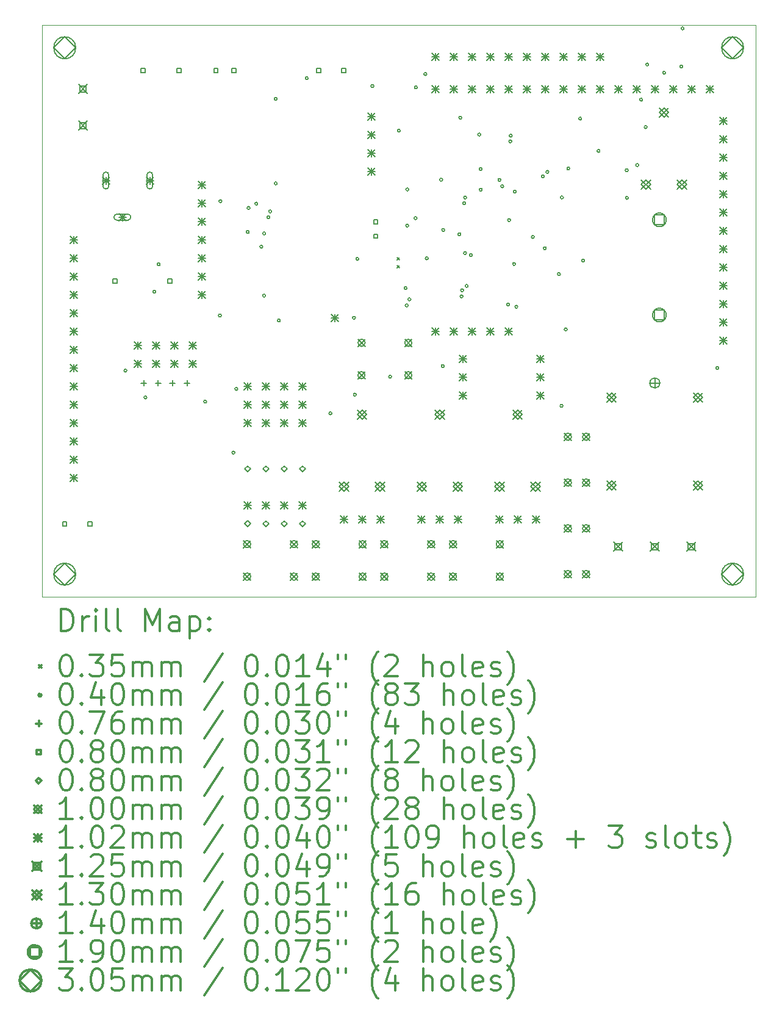
<source format=gbr>
%FSLAX45Y45*%
G04 Gerber Fmt 4.5, Leading zero omitted, Abs format (unit mm)*
G04 Created by KiCad (PCBNEW 4.0.2-stable) date 01/06/2016 13:43:11*
%MOMM*%
G01*
G04 APERTURE LIST*
%ADD10C,0.127000*%
%ADD11C,0.100000*%
%ADD12C,0.200000*%
%ADD13C,0.300000*%
G04 APERTURE END LIST*
D10*
D11*
X11112500Y-14414500D02*
X21018500Y-14414500D01*
X21018500Y-6477000D02*
X11112500Y-6477000D01*
X21018500Y-6477000D02*
X21018500Y-14414500D01*
X11112500Y-14414500D02*
X11112500Y-6477000D01*
D12*
X16043500Y-9706500D02*
X16078500Y-9741500D01*
X16078500Y-9706500D02*
X16043500Y-9741500D01*
X16043500Y-9816500D02*
X16078500Y-9851500D01*
X16078500Y-9816500D02*
X16043500Y-9851500D01*
X12292880Y-11273120D02*
G75*
G03X12292880Y-11273120I-20000J0D01*
G01*
X12569860Y-11645900D02*
G75*
G03X12569860Y-11645900I-20000J0D01*
G01*
X12693360Y-10180560D02*
G75*
G03X12693360Y-10180560I-20000J0D01*
G01*
X12754680Y-9798820D02*
G75*
G03X12754680Y-9798820I-20000J0D01*
G01*
X13399650Y-11703440D02*
G75*
G03X13399650Y-11703440I-20000J0D01*
G01*
X13604080Y-10508760D02*
G75*
G03X13604080Y-10508760I-20000J0D01*
G01*
X13611160Y-8922050D02*
G75*
G03X13611160Y-8922050I-20000J0D01*
G01*
X13792570Y-12411350D02*
G75*
G03X13792570Y-12411350I-20000J0D01*
G01*
X13832530Y-11528090D02*
G75*
G03X13832530Y-11528090I-20000J0D01*
G01*
X13990900Y-9349370D02*
G75*
G03X13990900Y-9349370I-20000J0D01*
G01*
X14002320Y-9017000D02*
G75*
G03X14002320Y-9017000I-20000J0D01*
G01*
X14109150Y-8956620D02*
G75*
G03X14109150Y-8956620I-20000J0D01*
G01*
X14179200Y-9554040D02*
G75*
G03X14179200Y-9554040I-20000J0D01*
G01*
X14216930Y-10234040D02*
G75*
G03X14216930Y-10234040I-20000J0D01*
G01*
X14219150Y-9371030D02*
G75*
G03X14219150Y-9371030I-20000J0D01*
G01*
X14277330Y-9147690D02*
G75*
G03X14277330Y-9147690I-20000J0D01*
G01*
X14302610Y-9064730D02*
G75*
G03X14302610Y-9064730I-20000J0D01*
G01*
X14378650Y-7501210D02*
G75*
G03X14378650Y-7501210I-20000J0D01*
G01*
X14378650Y-8676300D02*
G75*
G03X14378650Y-8676300I-20000J0D01*
G01*
X14423010Y-10577530D02*
G75*
G03X14423010Y-10577530I-20000J0D01*
G01*
X14809170Y-7217040D02*
G75*
G03X14809170Y-7217040I-20000J0D01*
G01*
X15138470Y-11866550D02*
G75*
G03X15138470Y-11866550I-20000J0D01*
G01*
X15464820Y-10541000D02*
G75*
G03X15464820Y-10541000I-20000J0D01*
G01*
X15477490Y-11607390D02*
G75*
G03X15477490Y-11607390I-20000J0D01*
G01*
X15512000Y-9724000D02*
G75*
G03X15512000Y-9724000I-20000J0D01*
G01*
X15720570Y-7324990D02*
G75*
G03X15720570Y-7324990I-20000J0D01*
G01*
X15966760Y-11359500D02*
G75*
G03X15966760Y-11359500I-20000J0D01*
G01*
X16087530Y-7944840D02*
G75*
G03X16087530Y-7944840I-20000J0D01*
G01*
X16182200Y-10130390D02*
G75*
G03X16182200Y-10130390I-20000J0D01*
G01*
X16197220Y-10368930D02*
G75*
G03X16197220Y-10368930I-20000J0D01*
G01*
X16204150Y-9262180D02*
G75*
G03X16204150Y-9262180I-20000J0D01*
G01*
X16205970Y-8760490D02*
G75*
G03X16205970Y-8760490I-20000J0D01*
G01*
X16234310Y-10284510D02*
G75*
G03X16234310Y-10284510I-20000J0D01*
G01*
X16319660Y-9158320D02*
G75*
G03X16319660Y-9158320I-20000J0D01*
G01*
X16324100Y-7343900D02*
G75*
G03X16324100Y-7343900I-20000J0D01*
G01*
X16455960Y-7159750D02*
G75*
G03X16455960Y-7159750I-20000J0D01*
G01*
X16475120Y-9716700D02*
G75*
G03X16475120Y-9716700I-20000J0D01*
G01*
X16675030Y-8625750D02*
G75*
G03X16675030Y-8625750I-20000J0D01*
G01*
X16697300Y-11210220D02*
G75*
G03X16697300Y-11210220I-20000J0D01*
G01*
X16704190Y-9322170D02*
G75*
G03X16704190Y-9322170I-20000J0D01*
G01*
X16928970Y-9382550D02*
G75*
G03X16928970Y-9382550I-20000J0D01*
G01*
X16940740Y-7764470D02*
G75*
G03X16940740Y-7764470I-20000J0D01*
G01*
X16957890Y-10243410D02*
G75*
G03X16957890Y-10243410I-20000J0D01*
G01*
X16966780Y-10158540D02*
G75*
G03X16966780Y-10158540I-20000J0D01*
G01*
X16994830Y-8949290D02*
G75*
G03X16994830Y-8949290I-20000J0D01*
G01*
X17007200Y-9641910D02*
G75*
G03X17007200Y-9641910I-20000J0D01*
G01*
X17008300Y-8871960D02*
G75*
G03X17008300Y-8871960I-20000J0D01*
G01*
X17029200Y-10099340D02*
G75*
G03X17029200Y-10099340I-20000J0D01*
G01*
X17089360Y-9670790D02*
G75*
G03X17089360Y-9670790I-20000J0D01*
G01*
X17204930Y-7998410D02*
G75*
G03X17204930Y-7998410I-20000J0D01*
G01*
X17222530Y-8476240D02*
G75*
G03X17222530Y-8476240I-20000J0D01*
G01*
X17225760Y-8763560D02*
G75*
G03X17225760Y-8763560I-20000J0D01*
G01*
X17484540Y-8627360D02*
G75*
G03X17484540Y-8627360I-20000J0D01*
G01*
X17523580Y-8716480D02*
G75*
G03X17523580Y-8716480I-20000J0D01*
G01*
X17604360Y-10356940D02*
G75*
G03X17604360Y-10356940I-20000J0D01*
G01*
X17619390Y-9185950D02*
G75*
G03X17619390Y-9185950I-20000J0D01*
G01*
X17635600Y-8093330D02*
G75*
G03X17635600Y-8093330I-20000J0D01*
G01*
X17641000Y-8014640D02*
G75*
G03X17641000Y-8014640I-20000J0D01*
G01*
X17687770Y-9795390D02*
G75*
G03X17687770Y-9795390I-20000J0D01*
G01*
X17696760Y-8788880D02*
G75*
G03X17696760Y-8788880I-20000J0D01*
G01*
X17718920Y-10386990D02*
G75*
G03X17718920Y-10386990I-20000J0D01*
G01*
X17947840Y-9420820D02*
G75*
G03X17947840Y-9420820I-20000J0D01*
G01*
X18087400Y-8578920D02*
G75*
G03X18087400Y-8578920I-20000J0D01*
G01*
X18114350Y-9576840D02*
G75*
G03X18114350Y-9576840I-20000J0D01*
G01*
X18150160Y-8515990D02*
G75*
G03X18150160Y-8515990I-20000J0D01*
G01*
X18310050Y-9933870D02*
G75*
G03X18310050Y-9933870I-20000J0D01*
G01*
X18346600Y-11762560D02*
G75*
G03X18346600Y-11762560I-20000J0D01*
G01*
X18351040Y-8870740D02*
G75*
G03X18351040Y-8870740I-20000J0D01*
G01*
X18404640Y-10702380D02*
G75*
G03X18404640Y-10702380I-20000J0D01*
G01*
X18440330Y-8469290D02*
G75*
G03X18440330Y-8469290I-20000J0D01*
G01*
X18604620Y-7776790D02*
G75*
G03X18604620Y-7776790I-20000J0D01*
G01*
X18645220Y-9745980D02*
G75*
G03X18645220Y-9745980I-20000J0D01*
G01*
X18859180Y-8225780D02*
G75*
G03X18859180Y-8225780I-20000J0D01*
G01*
X19251800Y-8494750D02*
G75*
G03X19251800Y-8494750I-20000J0D01*
G01*
X19254210Y-8877840D02*
G75*
G03X19254210Y-8877840I-20000J0D01*
G01*
X19397500Y-8422480D02*
G75*
G03X19397500Y-8422480I-20000J0D01*
G01*
X19451000Y-7514240D02*
G75*
G03X19451000Y-7514240I-20000J0D01*
G01*
X19514500Y-7894290D02*
G75*
G03X19514500Y-7894290I-20000J0D01*
G01*
X19535240Y-7026400D02*
G75*
G03X19535240Y-7026400I-20000J0D01*
G01*
X19770570Y-7142340D02*
G75*
G03X19770570Y-7142340I-20000J0D01*
G01*
X20008100Y-7056500D02*
G75*
G03X20008100Y-7056500I-20000J0D01*
G01*
X20026980Y-6525310D02*
G75*
G03X20026980Y-6525310I-20000J0D01*
G01*
X20508220Y-11239170D02*
G75*
G03X20508220Y-11239170I-20000J0D01*
G01*
X12527000Y-11409400D02*
X12527000Y-11485600D01*
X12488900Y-11447500D02*
X12565100Y-11447500D01*
X12727000Y-11409400D02*
X12727000Y-11485600D01*
X12688900Y-11447500D02*
X12765100Y-11447500D01*
X12927000Y-11409400D02*
X12927000Y-11485600D01*
X12888900Y-11447500D02*
X12965100Y-11447500D01*
X13127000Y-11409400D02*
X13127000Y-11485600D01*
X13088900Y-11447500D02*
X13165100Y-11447500D01*
X11458284Y-13426784D02*
X11458284Y-13370215D01*
X11401715Y-13370215D01*
X11401715Y-13426784D01*
X11458284Y-13426784D01*
X11808284Y-13426784D02*
X11808284Y-13370215D01*
X11751715Y-13370215D01*
X11751715Y-13426784D01*
X11808284Y-13426784D01*
X12157784Y-10061285D02*
X12157784Y-10004716D01*
X12101215Y-10004716D01*
X12101215Y-10061285D01*
X12157784Y-10061285D01*
X12545784Y-7140284D02*
X12545784Y-7083715D01*
X12489215Y-7083715D01*
X12489215Y-7140284D01*
X12545784Y-7140284D01*
X12917784Y-10061285D02*
X12917784Y-10004716D01*
X12861215Y-10004716D01*
X12861215Y-10061285D01*
X12917784Y-10061285D01*
X13045784Y-7140284D02*
X13045784Y-7083715D01*
X12989215Y-7083715D01*
X12989215Y-7140284D01*
X13045784Y-7140284D01*
X13557784Y-7140284D02*
X13557784Y-7083715D01*
X13501215Y-7083715D01*
X13501215Y-7140284D01*
X13557784Y-7140284D01*
X13807784Y-7140284D02*
X13807784Y-7083715D01*
X13751215Y-7083715D01*
X13751215Y-7140284D01*
X13807784Y-7140284D01*
X14981784Y-7140284D02*
X14981784Y-7083715D01*
X14925215Y-7083715D01*
X14925215Y-7140284D01*
X14981784Y-7140284D01*
X15331784Y-7140284D02*
X15331784Y-7083715D01*
X15275215Y-7083715D01*
X15275215Y-7140284D01*
X15331784Y-7140284D01*
X15776284Y-9235785D02*
X15776284Y-9179216D01*
X15719715Y-9179216D01*
X15719715Y-9235785D01*
X15776284Y-9235785D01*
X15776284Y-9435785D02*
X15776284Y-9379216D01*
X15719715Y-9379216D01*
X15719715Y-9435785D01*
X15776284Y-9435785D01*
X13970000Y-12676505D02*
X14010005Y-12636500D01*
X13970000Y-12596495D01*
X13929995Y-12636500D01*
X13970000Y-12676505D01*
X13970000Y-13437235D02*
X14010005Y-13397230D01*
X13970000Y-13357225D01*
X13929995Y-13397230D01*
X13970000Y-13437235D01*
X14224000Y-12676505D02*
X14264005Y-12636500D01*
X14224000Y-12596495D01*
X14183995Y-12636500D01*
X14224000Y-12676505D01*
X14224000Y-13438505D02*
X14264005Y-13398500D01*
X14224000Y-13358495D01*
X14183995Y-13398500D01*
X14224000Y-13438505D01*
X14478000Y-12676505D02*
X14518005Y-12636500D01*
X14478000Y-12596495D01*
X14437995Y-12636500D01*
X14478000Y-12676505D01*
X14478000Y-13438505D02*
X14518005Y-13398500D01*
X14478000Y-13358495D01*
X14437995Y-13398500D01*
X14478000Y-13438505D01*
X14732000Y-12676505D02*
X14772005Y-12636500D01*
X14732000Y-12596495D01*
X14691995Y-12636500D01*
X14732000Y-12676505D01*
X14732000Y-13438505D02*
X14772005Y-13398500D01*
X14732000Y-13358495D01*
X14691995Y-13398500D01*
X14732000Y-13438505D01*
X13912342Y-13631418D02*
X14012418Y-13731494D01*
X14012418Y-13631418D02*
X13912342Y-13731494D01*
X14012418Y-13681456D02*
G75*
G03X14012418Y-13681456I-50038J0D01*
G01*
X13912342Y-14081506D02*
X14012418Y-14181582D01*
X14012418Y-14081506D02*
X13912342Y-14181582D01*
X14012418Y-14131544D02*
G75*
G03X14012418Y-14131544I-50038J0D01*
G01*
X14562582Y-13631418D02*
X14662658Y-13731494D01*
X14662658Y-13631418D02*
X14562582Y-13731494D01*
X14662658Y-13681456D02*
G75*
G03X14662658Y-13681456I-50038J0D01*
G01*
X14562582Y-14081506D02*
X14662658Y-14181582D01*
X14662658Y-14081506D02*
X14562582Y-14181582D01*
X14662658Y-14131544D02*
G75*
G03X14662658Y-14131544I-50038J0D01*
G01*
X14864842Y-13631418D02*
X14964918Y-13731494D01*
X14964918Y-13631418D02*
X14864842Y-13731494D01*
X14964918Y-13681456D02*
G75*
G03X14964918Y-13681456I-50038J0D01*
G01*
X14864842Y-14081506D02*
X14964918Y-14181582D01*
X14964918Y-14081506D02*
X14864842Y-14181582D01*
X14964918Y-14131544D02*
G75*
G03X14964918Y-14131544I-50038J0D01*
G01*
X15499842Y-10837418D02*
X15599918Y-10937494D01*
X15599918Y-10837418D02*
X15499842Y-10937494D01*
X15599918Y-10887456D02*
G75*
G03X15599918Y-10887456I-50038J0D01*
G01*
X15499842Y-11287506D02*
X15599918Y-11387582D01*
X15599918Y-11287506D02*
X15499842Y-11387582D01*
X15599918Y-11337544D02*
G75*
G03X15599918Y-11337544I-50038J0D01*
G01*
X15515082Y-13631418D02*
X15615158Y-13731494D01*
X15615158Y-13631418D02*
X15515082Y-13731494D01*
X15615158Y-13681456D02*
G75*
G03X15615158Y-13681456I-50038J0D01*
G01*
X15515082Y-14081506D02*
X15615158Y-14181582D01*
X15615158Y-14081506D02*
X15515082Y-14181582D01*
X15615158Y-14131544D02*
G75*
G03X15615158Y-14131544I-50038J0D01*
G01*
X15817342Y-13631418D02*
X15917418Y-13731494D01*
X15917418Y-13631418D02*
X15817342Y-13731494D01*
X15917418Y-13681456D02*
G75*
G03X15917418Y-13681456I-50038J0D01*
G01*
X15817342Y-14081506D02*
X15917418Y-14181582D01*
X15917418Y-14081506D02*
X15817342Y-14181582D01*
X15917418Y-14131544D02*
G75*
G03X15917418Y-14131544I-50038J0D01*
G01*
X16150082Y-10837418D02*
X16250158Y-10937494D01*
X16250158Y-10837418D02*
X16150082Y-10937494D01*
X16250158Y-10887456D02*
G75*
G03X16250158Y-10887456I-50038J0D01*
G01*
X16150082Y-11287506D02*
X16250158Y-11387582D01*
X16250158Y-11287506D02*
X16150082Y-11387582D01*
X16250158Y-11337544D02*
G75*
G03X16250158Y-11337544I-50038J0D01*
G01*
X16467582Y-13631418D02*
X16567658Y-13731494D01*
X16567658Y-13631418D02*
X16467582Y-13731494D01*
X16567658Y-13681456D02*
G75*
G03X16567658Y-13681456I-50038J0D01*
G01*
X16467582Y-14081506D02*
X16567658Y-14181582D01*
X16567658Y-14081506D02*
X16467582Y-14181582D01*
X16567658Y-14131544D02*
G75*
G03X16567658Y-14131544I-50038J0D01*
G01*
X16769842Y-13631418D02*
X16869918Y-13731494D01*
X16869918Y-13631418D02*
X16769842Y-13731494D01*
X16869918Y-13681456D02*
G75*
G03X16869918Y-13681456I-50038J0D01*
G01*
X16769842Y-14081506D02*
X16869918Y-14181582D01*
X16869918Y-14081506D02*
X16769842Y-14181582D01*
X16869918Y-14131544D02*
G75*
G03X16869918Y-14131544I-50038J0D01*
G01*
X17420082Y-13631418D02*
X17520158Y-13731494D01*
X17520158Y-13631418D02*
X17420082Y-13731494D01*
X17520158Y-13681456D02*
G75*
G03X17520158Y-13681456I-50038J0D01*
G01*
X17420082Y-14081506D02*
X17520158Y-14181582D01*
X17520158Y-14081506D02*
X17420082Y-14181582D01*
X17520158Y-14131544D02*
G75*
G03X17520158Y-14131544I-50038J0D01*
G01*
X18364962Y-12141962D02*
X18465038Y-12242038D01*
X18465038Y-12141962D02*
X18364962Y-12242038D01*
X18465038Y-12192000D02*
G75*
G03X18465038Y-12192000I-50038J0D01*
G01*
X18364962Y-12776962D02*
X18465038Y-12877038D01*
X18465038Y-12776962D02*
X18364962Y-12877038D01*
X18465038Y-12827000D02*
G75*
G03X18465038Y-12827000I-50038J0D01*
G01*
X18364962Y-13411962D02*
X18465038Y-13512038D01*
X18465038Y-13411962D02*
X18364962Y-13512038D01*
X18465038Y-13462000D02*
G75*
G03X18465038Y-13462000I-50038J0D01*
G01*
X18364962Y-14046962D02*
X18465038Y-14147038D01*
X18465038Y-14046962D02*
X18364962Y-14147038D01*
X18465038Y-14097000D02*
G75*
G03X18465038Y-14097000I-50038J0D01*
G01*
X18618962Y-12141962D02*
X18719038Y-12242038D01*
X18719038Y-12141962D02*
X18618962Y-12242038D01*
X18719038Y-12192000D02*
G75*
G03X18719038Y-12192000I-50038J0D01*
G01*
X18618962Y-12776962D02*
X18719038Y-12877038D01*
X18719038Y-12776962D02*
X18618962Y-12877038D01*
X18719038Y-12827000D02*
G75*
G03X18719038Y-12827000I-50038J0D01*
G01*
X18618962Y-13411962D02*
X18719038Y-13512038D01*
X18719038Y-13411962D02*
X18618962Y-13512038D01*
X18719038Y-13462000D02*
G75*
G03X18719038Y-13462000I-50038J0D01*
G01*
X18618962Y-14046962D02*
X18719038Y-14147038D01*
X18719038Y-14046962D02*
X18618962Y-14147038D01*
X18719038Y-14097000D02*
G75*
G03X18719038Y-14097000I-50038J0D01*
G01*
X11506200Y-9410700D02*
X11607800Y-9512300D01*
X11607800Y-9410700D02*
X11506200Y-9512300D01*
X11557000Y-9410700D02*
X11557000Y-9512300D01*
X11506200Y-9461500D02*
X11607800Y-9461500D01*
X11506200Y-9664700D02*
X11607800Y-9766300D01*
X11607800Y-9664700D02*
X11506200Y-9766300D01*
X11557000Y-9664700D02*
X11557000Y-9766300D01*
X11506200Y-9715500D02*
X11607800Y-9715500D01*
X11506200Y-9918700D02*
X11607800Y-10020300D01*
X11607800Y-9918700D02*
X11506200Y-10020300D01*
X11557000Y-9918700D02*
X11557000Y-10020300D01*
X11506200Y-9969500D02*
X11607800Y-9969500D01*
X11506200Y-10172700D02*
X11607800Y-10274300D01*
X11607800Y-10172700D02*
X11506200Y-10274300D01*
X11557000Y-10172700D02*
X11557000Y-10274300D01*
X11506200Y-10223500D02*
X11607800Y-10223500D01*
X11506200Y-10426700D02*
X11607800Y-10528300D01*
X11607800Y-10426700D02*
X11506200Y-10528300D01*
X11557000Y-10426700D02*
X11557000Y-10528300D01*
X11506200Y-10477500D02*
X11607800Y-10477500D01*
X11506200Y-10680700D02*
X11607800Y-10782300D01*
X11607800Y-10680700D02*
X11506200Y-10782300D01*
X11557000Y-10680700D02*
X11557000Y-10782300D01*
X11506200Y-10731500D02*
X11607800Y-10731500D01*
X11506200Y-10934700D02*
X11607800Y-11036300D01*
X11607800Y-10934700D02*
X11506200Y-11036300D01*
X11557000Y-10934700D02*
X11557000Y-11036300D01*
X11506200Y-10985500D02*
X11607800Y-10985500D01*
X11506200Y-11188700D02*
X11607800Y-11290300D01*
X11607800Y-11188700D02*
X11506200Y-11290300D01*
X11557000Y-11188700D02*
X11557000Y-11290300D01*
X11506200Y-11239500D02*
X11607800Y-11239500D01*
X11506200Y-11442700D02*
X11607800Y-11544300D01*
X11607800Y-11442700D02*
X11506200Y-11544300D01*
X11557000Y-11442700D02*
X11557000Y-11544300D01*
X11506200Y-11493500D02*
X11607800Y-11493500D01*
X11506200Y-11696700D02*
X11607800Y-11798300D01*
X11607800Y-11696700D02*
X11506200Y-11798300D01*
X11557000Y-11696700D02*
X11557000Y-11798300D01*
X11506200Y-11747500D02*
X11607800Y-11747500D01*
X11506200Y-11950700D02*
X11607800Y-12052300D01*
X11607800Y-11950700D02*
X11506200Y-12052300D01*
X11557000Y-11950700D02*
X11557000Y-12052300D01*
X11506200Y-12001500D02*
X11607800Y-12001500D01*
X11506200Y-12204700D02*
X11607800Y-12306300D01*
X11607800Y-12204700D02*
X11506200Y-12306300D01*
X11557000Y-12204700D02*
X11557000Y-12306300D01*
X11506200Y-12255500D02*
X11607800Y-12255500D01*
X11506200Y-12458700D02*
X11607800Y-12560300D01*
X11607800Y-12458700D02*
X11506200Y-12560300D01*
X11557000Y-12458700D02*
X11557000Y-12560300D01*
X11506200Y-12509500D02*
X11607800Y-12509500D01*
X11506200Y-12712700D02*
X11607800Y-12814300D01*
X11607800Y-12712700D02*
X11506200Y-12814300D01*
X11557000Y-12712700D02*
X11557000Y-12814300D01*
X11506200Y-12763500D02*
X11607800Y-12763500D01*
X11950700Y-8585200D02*
X12052300Y-8686800D01*
X12052300Y-8585200D02*
X11950700Y-8686800D01*
X12001500Y-8585200D02*
X12001500Y-8686800D01*
X11950700Y-8636000D02*
X12052300Y-8636000D01*
X11960700Y-8559800D02*
X11960700Y-8712200D01*
X12042300Y-8559800D02*
X12042300Y-8712200D01*
X11960700Y-8712200D02*
G75*
G03X12042300Y-8712200I40800J0D01*
G01*
X12042300Y-8559800D02*
G75*
G03X11960700Y-8559800I-40800J0D01*
G01*
X12179300Y-9093200D02*
X12280900Y-9194800D01*
X12280900Y-9093200D02*
X12179300Y-9194800D01*
X12230100Y-9093200D02*
X12230100Y-9194800D01*
X12179300Y-9144000D02*
X12280900Y-9144000D01*
X12153900Y-9184800D02*
X12306300Y-9184800D01*
X12153900Y-9103200D02*
X12306300Y-9103200D01*
X12306300Y-9184800D02*
G75*
G03X12306300Y-9103200I0J40800D01*
G01*
X12153900Y-9103200D02*
G75*
G03X12153900Y-9184800I0J-40800D01*
G01*
X12395200Y-10871200D02*
X12496800Y-10972800D01*
X12496800Y-10871200D02*
X12395200Y-10972800D01*
X12446000Y-10871200D02*
X12446000Y-10972800D01*
X12395200Y-10922000D02*
X12496800Y-10922000D01*
X12395200Y-11125200D02*
X12496800Y-11226800D01*
X12496800Y-11125200D02*
X12395200Y-11226800D01*
X12446000Y-11125200D02*
X12446000Y-11226800D01*
X12395200Y-11176000D02*
X12496800Y-11176000D01*
X12560300Y-8585200D02*
X12661900Y-8686800D01*
X12661900Y-8585200D02*
X12560300Y-8686800D01*
X12611100Y-8585200D02*
X12611100Y-8686800D01*
X12560300Y-8636000D02*
X12661900Y-8636000D01*
X12570300Y-8559800D02*
X12570300Y-8712200D01*
X12651900Y-8559800D02*
X12651900Y-8712200D01*
X12570300Y-8712200D02*
G75*
G03X12651900Y-8712200I40800J0D01*
G01*
X12651900Y-8559800D02*
G75*
G03X12570300Y-8559800I-40800J0D01*
G01*
X12649200Y-10871200D02*
X12750800Y-10972800D01*
X12750800Y-10871200D02*
X12649200Y-10972800D01*
X12700000Y-10871200D02*
X12700000Y-10972800D01*
X12649200Y-10922000D02*
X12750800Y-10922000D01*
X12649200Y-11125200D02*
X12750800Y-11226800D01*
X12750800Y-11125200D02*
X12649200Y-11226800D01*
X12700000Y-11125200D02*
X12700000Y-11226800D01*
X12649200Y-11176000D02*
X12750800Y-11176000D01*
X12903200Y-10871200D02*
X13004800Y-10972800D01*
X13004800Y-10871200D02*
X12903200Y-10972800D01*
X12954000Y-10871200D02*
X12954000Y-10972800D01*
X12903200Y-10922000D02*
X13004800Y-10922000D01*
X12903200Y-11125200D02*
X13004800Y-11226800D01*
X13004800Y-11125200D02*
X12903200Y-11226800D01*
X12954000Y-11125200D02*
X12954000Y-11226800D01*
X12903200Y-11176000D02*
X13004800Y-11176000D01*
X13157200Y-10871200D02*
X13258800Y-10972800D01*
X13258800Y-10871200D02*
X13157200Y-10972800D01*
X13208000Y-10871200D02*
X13208000Y-10972800D01*
X13157200Y-10922000D02*
X13258800Y-10922000D01*
X13157200Y-11125200D02*
X13258800Y-11226800D01*
X13258800Y-11125200D02*
X13157200Y-11226800D01*
X13208000Y-11125200D02*
X13208000Y-11226800D01*
X13157200Y-11176000D02*
X13258800Y-11176000D01*
X13284200Y-8648700D02*
X13385800Y-8750300D01*
X13385800Y-8648700D02*
X13284200Y-8750300D01*
X13335000Y-8648700D02*
X13335000Y-8750300D01*
X13284200Y-8699500D02*
X13385800Y-8699500D01*
X13284200Y-8902700D02*
X13385800Y-9004300D01*
X13385800Y-8902700D02*
X13284200Y-9004300D01*
X13335000Y-8902700D02*
X13335000Y-9004300D01*
X13284200Y-8953500D02*
X13385800Y-8953500D01*
X13284200Y-9156700D02*
X13385800Y-9258300D01*
X13385800Y-9156700D02*
X13284200Y-9258300D01*
X13335000Y-9156700D02*
X13335000Y-9258300D01*
X13284200Y-9207500D02*
X13385800Y-9207500D01*
X13284200Y-9410700D02*
X13385800Y-9512300D01*
X13385800Y-9410700D02*
X13284200Y-9512300D01*
X13335000Y-9410700D02*
X13335000Y-9512300D01*
X13284200Y-9461500D02*
X13385800Y-9461500D01*
X13284200Y-9664700D02*
X13385800Y-9766300D01*
X13385800Y-9664700D02*
X13284200Y-9766300D01*
X13335000Y-9664700D02*
X13335000Y-9766300D01*
X13284200Y-9715500D02*
X13385800Y-9715500D01*
X13284200Y-9918700D02*
X13385800Y-10020300D01*
X13385800Y-9918700D02*
X13284200Y-10020300D01*
X13335000Y-9918700D02*
X13335000Y-10020300D01*
X13284200Y-9969500D02*
X13385800Y-9969500D01*
X13284200Y-10172700D02*
X13385800Y-10274300D01*
X13385800Y-10172700D02*
X13284200Y-10274300D01*
X13335000Y-10172700D02*
X13335000Y-10274300D01*
X13284200Y-10223500D02*
X13385800Y-10223500D01*
X13919200Y-11442700D02*
X14020800Y-11544300D01*
X14020800Y-11442700D02*
X13919200Y-11544300D01*
X13970000Y-11442700D02*
X13970000Y-11544300D01*
X13919200Y-11493500D02*
X14020800Y-11493500D01*
X13919200Y-11696700D02*
X14020800Y-11798300D01*
X14020800Y-11696700D02*
X13919200Y-11798300D01*
X13970000Y-11696700D02*
X13970000Y-11798300D01*
X13919200Y-11747500D02*
X14020800Y-11747500D01*
X13919200Y-11950700D02*
X14020800Y-12052300D01*
X14020800Y-11950700D02*
X13919200Y-12052300D01*
X13970000Y-11950700D02*
X13970000Y-12052300D01*
X13919200Y-12001500D02*
X14020800Y-12001500D01*
X13919200Y-13093700D02*
X14020800Y-13195300D01*
X14020800Y-13093700D02*
X13919200Y-13195300D01*
X13970000Y-13093700D02*
X13970000Y-13195300D01*
X13919200Y-13144500D02*
X14020800Y-13144500D01*
X14173200Y-11442700D02*
X14274800Y-11544300D01*
X14274800Y-11442700D02*
X14173200Y-11544300D01*
X14224000Y-11442700D02*
X14224000Y-11544300D01*
X14173200Y-11493500D02*
X14274800Y-11493500D01*
X14173200Y-11696700D02*
X14274800Y-11798300D01*
X14274800Y-11696700D02*
X14173200Y-11798300D01*
X14224000Y-11696700D02*
X14224000Y-11798300D01*
X14173200Y-11747500D02*
X14274800Y-11747500D01*
X14173200Y-11950700D02*
X14274800Y-12052300D01*
X14274800Y-11950700D02*
X14173200Y-12052300D01*
X14224000Y-11950700D02*
X14224000Y-12052300D01*
X14173200Y-12001500D02*
X14274800Y-12001500D01*
X14173200Y-13093700D02*
X14274800Y-13195300D01*
X14274800Y-13093700D02*
X14173200Y-13195300D01*
X14224000Y-13093700D02*
X14224000Y-13195300D01*
X14173200Y-13144500D02*
X14274800Y-13144500D01*
X14427200Y-11442700D02*
X14528800Y-11544300D01*
X14528800Y-11442700D02*
X14427200Y-11544300D01*
X14478000Y-11442700D02*
X14478000Y-11544300D01*
X14427200Y-11493500D02*
X14528800Y-11493500D01*
X14427200Y-11696700D02*
X14528800Y-11798300D01*
X14528800Y-11696700D02*
X14427200Y-11798300D01*
X14478000Y-11696700D02*
X14478000Y-11798300D01*
X14427200Y-11747500D02*
X14528800Y-11747500D01*
X14427200Y-11950700D02*
X14528800Y-12052300D01*
X14528800Y-11950700D02*
X14427200Y-12052300D01*
X14478000Y-11950700D02*
X14478000Y-12052300D01*
X14427200Y-12001500D02*
X14528800Y-12001500D01*
X14427200Y-13093700D02*
X14528800Y-13195300D01*
X14528800Y-13093700D02*
X14427200Y-13195300D01*
X14478000Y-13093700D02*
X14478000Y-13195300D01*
X14427200Y-13144500D02*
X14528800Y-13144500D01*
X14681200Y-11442700D02*
X14782800Y-11544300D01*
X14782800Y-11442700D02*
X14681200Y-11544300D01*
X14732000Y-11442700D02*
X14732000Y-11544300D01*
X14681200Y-11493500D02*
X14782800Y-11493500D01*
X14681200Y-11696700D02*
X14782800Y-11798300D01*
X14782800Y-11696700D02*
X14681200Y-11798300D01*
X14732000Y-11696700D02*
X14732000Y-11798300D01*
X14681200Y-11747500D02*
X14782800Y-11747500D01*
X14681200Y-11950700D02*
X14782800Y-12052300D01*
X14782800Y-11950700D02*
X14681200Y-12052300D01*
X14732000Y-11950700D02*
X14732000Y-12052300D01*
X14681200Y-12001500D02*
X14782800Y-12001500D01*
X14681200Y-13093700D02*
X14782800Y-13195300D01*
X14782800Y-13093700D02*
X14681200Y-13195300D01*
X14732000Y-13093700D02*
X14732000Y-13195300D01*
X14681200Y-13144500D02*
X14782800Y-13144500D01*
X15125700Y-10490200D02*
X15227300Y-10591800D01*
X15227300Y-10490200D02*
X15125700Y-10591800D01*
X15176500Y-10490200D02*
X15176500Y-10591800D01*
X15125700Y-10541000D02*
X15227300Y-10541000D01*
X15252700Y-13284200D02*
X15354300Y-13385800D01*
X15354300Y-13284200D02*
X15252700Y-13385800D01*
X15303500Y-13284200D02*
X15303500Y-13385800D01*
X15252700Y-13335000D02*
X15354300Y-13335000D01*
X15506700Y-13284200D02*
X15608300Y-13385800D01*
X15608300Y-13284200D02*
X15506700Y-13385800D01*
X15557500Y-13284200D02*
X15557500Y-13385800D01*
X15506700Y-13335000D02*
X15608300Y-13335000D01*
X15633700Y-7696200D02*
X15735300Y-7797800D01*
X15735300Y-7696200D02*
X15633700Y-7797800D01*
X15684500Y-7696200D02*
X15684500Y-7797800D01*
X15633700Y-7747000D02*
X15735300Y-7747000D01*
X15633700Y-7950200D02*
X15735300Y-8051800D01*
X15735300Y-7950200D02*
X15633700Y-8051800D01*
X15684500Y-7950200D02*
X15684500Y-8051800D01*
X15633700Y-8001000D02*
X15735300Y-8001000D01*
X15633700Y-8204200D02*
X15735300Y-8305800D01*
X15735300Y-8204200D02*
X15633700Y-8305800D01*
X15684500Y-8204200D02*
X15684500Y-8305800D01*
X15633700Y-8255000D02*
X15735300Y-8255000D01*
X15633700Y-8458200D02*
X15735300Y-8559800D01*
X15735300Y-8458200D02*
X15633700Y-8559800D01*
X15684500Y-8458200D02*
X15684500Y-8559800D01*
X15633700Y-8509000D02*
X15735300Y-8509000D01*
X15760700Y-13284200D02*
X15862300Y-13385800D01*
X15862300Y-13284200D02*
X15760700Y-13385800D01*
X15811500Y-13284200D02*
X15811500Y-13385800D01*
X15760700Y-13335000D02*
X15862300Y-13335000D01*
X16332200Y-13284200D02*
X16433800Y-13385800D01*
X16433800Y-13284200D02*
X16332200Y-13385800D01*
X16383000Y-13284200D02*
X16383000Y-13385800D01*
X16332200Y-13335000D02*
X16433800Y-13335000D01*
X16522700Y-6870700D02*
X16624300Y-6972300D01*
X16624300Y-6870700D02*
X16522700Y-6972300D01*
X16573500Y-6870700D02*
X16573500Y-6972300D01*
X16522700Y-6921500D02*
X16624300Y-6921500D01*
X16522700Y-7315200D02*
X16624300Y-7416800D01*
X16624300Y-7315200D02*
X16522700Y-7416800D01*
X16573500Y-7315200D02*
X16573500Y-7416800D01*
X16522700Y-7366000D02*
X16624300Y-7366000D01*
X16522700Y-10680700D02*
X16624300Y-10782300D01*
X16624300Y-10680700D02*
X16522700Y-10782300D01*
X16573500Y-10680700D02*
X16573500Y-10782300D01*
X16522700Y-10731500D02*
X16624300Y-10731500D01*
X16586200Y-13284200D02*
X16687800Y-13385800D01*
X16687800Y-13284200D02*
X16586200Y-13385800D01*
X16637000Y-13284200D02*
X16637000Y-13385800D01*
X16586200Y-13335000D02*
X16687800Y-13335000D01*
X16776700Y-6870700D02*
X16878300Y-6972300D01*
X16878300Y-6870700D02*
X16776700Y-6972300D01*
X16827500Y-6870700D02*
X16827500Y-6972300D01*
X16776700Y-6921500D02*
X16878300Y-6921500D01*
X16776700Y-7315200D02*
X16878300Y-7416800D01*
X16878300Y-7315200D02*
X16776700Y-7416800D01*
X16827500Y-7315200D02*
X16827500Y-7416800D01*
X16776700Y-7366000D02*
X16878300Y-7366000D01*
X16776700Y-10680700D02*
X16878300Y-10782300D01*
X16878300Y-10680700D02*
X16776700Y-10782300D01*
X16827500Y-10680700D02*
X16827500Y-10782300D01*
X16776700Y-10731500D02*
X16878300Y-10731500D01*
X16840200Y-13284200D02*
X16941800Y-13385800D01*
X16941800Y-13284200D02*
X16840200Y-13385800D01*
X16891000Y-13284200D02*
X16891000Y-13385800D01*
X16840200Y-13335000D02*
X16941800Y-13335000D01*
X16903700Y-11061700D02*
X17005300Y-11163300D01*
X17005300Y-11061700D02*
X16903700Y-11163300D01*
X16954500Y-11061700D02*
X16954500Y-11163300D01*
X16903700Y-11112500D02*
X17005300Y-11112500D01*
X16903700Y-11315700D02*
X17005300Y-11417300D01*
X17005300Y-11315700D02*
X16903700Y-11417300D01*
X16954500Y-11315700D02*
X16954500Y-11417300D01*
X16903700Y-11366500D02*
X17005300Y-11366500D01*
X16903700Y-11569700D02*
X17005300Y-11671300D01*
X17005300Y-11569700D02*
X16903700Y-11671300D01*
X16954500Y-11569700D02*
X16954500Y-11671300D01*
X16903700Y-11620500D02*
X17005300Y-11620500D01*
X17030700Y-6870700D02*
X17132300Y-6972300D01*
X17132300Y-6870700D02*
X17030700Y-6972300D01*
X17081500Y-6870700D02*
X17081500Y-6972300D01*
X17030700Y-6921500D02*
X17132300Y-6921500D01*
X17030700Y-7315200D02*
X17132300Y-7416800D01*
X17132300Y-7315200D02*
X17030700Y-7416800D01*
X17081500Y-7315200D02*
X17081500Y-7416800D01*
X17030700Y-7366000D02*
X17132300Y-7366000D01*
X17030700Y-10680700D02*
X17132300Y-10782300D01*
X17132300Y-10680700D02*
X17030700Y-10782300D01*
X17081500Y-10680700D02*
X17081500Y-10782300D01*
X17030700Y-10731500D02*
X17132300Y-10731500D01*
X17284700Y-6870700D02*
X17386300Y-6972300D01*
X17386300Y-6870700D02*
X17284700Y-6972300D01*
X17335500Y-6870700D02*
X17335500Y-6972300D01*
X17284700Y-6921500D02*
X17386300Y-6921500D01*
X17284700Y-7315200D02*
X17386300Y-7416800D01*
X17386300Y-7315200D02*
X17284700Y-7416800D01*
X17335500Y-7315200D02*
X17335500Y-7416800D01*
X17284700Y-7366000D02*
X17386300Y-7366000D01*
X17284700Y-10680700D02*
X17386300Y-10782300D01*
X17386300Y-10680700D02*
X17284700Y-10782300D01*
X17335500Y-10680700D02*
X17335500Y-10782300D01*
X17284700Y-10731500D02*
X17386300Y-10731500D01*
X17411700Y-13284200D02*
X17513300Y-13385800D01*
X17513300Y-13284200D02*
X17411700Y-13385800D01*
X17462500Y-13284200D02*
X17462500Y-13385800D01*
X17411700Y-13335000D02*
X17513300Y-13335000D01*
X17538700Y-6870700D02*
X17640300Y-6972300D01*
X17640300Y-6870700D02*
X17538700Y-6972300D01*
X17589500Y-6870700D02*
X17589500Y-6972300D01*
X17538700Y-6921500D02*
X17640300Y-6921500D01*
X17538700Y-7315200D02*
X17640300Y-7416800D01*
X17640300Y-7315200D02*
X17538700Y-7416800D01*
X17589500Y-7315200D02*
X17589500Y-7416800D01*
X17538700Y-7366000D02*
X17640300Y-7366000D01*
X17538700Y-10680700D02*
X17640300Y-10782300D01*
X17640300Y-10680700D02*
X17538700Y-10782300D01*
X17589500Y-10680700D02*
X17589500Y-10782300D01*
X17538700Y-10731500D02*
X17640300Y-10731500D01*
X17665700Y-13284200D02*
X17767300Y-13385800D01*
X17767300Y-13284200D02*
X17665700Y-13385800D01*
X17716500Y-13284200D02*
X17716500Y-13385800D01*
X17665700Y-13335000D02*
X17767300Y-13335000D01*
X17792700Y-6870700D02*
X17894300Y-6972300D01*
X17894300Y-6870700D02*
X17792700Y-6972300D01*
X17843500Y-6870700D02*
X17843500Y-6972300D01*
X17792700Y-6921500D02*
X17894300Y-6921500D01*
X17792700Y-7315200D02*
X17894300Y-7416800D01*
X17894300Y-7315200D02*
X17792700Y-7416800D01*
X17843500Y-7315200D02*
X17843500Y-7416800D01*
X17792700Y-7366000D02*
X17894300Y-7366000D01*
X17919700Y-13284200D02*
X18021300Y-13385800D01*
X18021300Y-13284200D02*
X17919700Y-13385800D01*
X17970500Y-13284200D02*
X17970500Y-13385800D01*
X17919700Y-13335000D02*
X18021300Y-13335000D01*
X17983200Y-11061700D02*
X18084800Y-11163300D01*
X18084800Y-11061700D02*
X17983200Y-11163300D01*
X18034000Y-11061700D02*
X18034000Y-11163300D01*
X17983200Y-11112500D02*
X18084800Y-11112500D01*
X17983200Y-11315700D02*
X18084800Y-11417300D01*
X18084800Y-11315700D02*
X17983200Y-11417300D01*
X18034000Y-11315700D02*
X18034000Y-11417300D01*
X17983200Y-11366500D02*
X18084800Y-11366500D01*
X17983200Y-11569700D02*
X18084800Y-11671300D01*
X18084800Y-11569700D02*
X17983200Y-11671300D01*
X18034000Y-11569700D02*
X18034000Y-11671300D01*
X17983200Y-11620500D02*
X18084800Y-11620500D01*
X18046700Y-6870700D02*
X18148300Y-6972300D01*
X18148300Y-6870700D02*
X18046700Y-6972300D01*
X18097500Y-6870700D02*
X18097500Y-6972300D01*
X18046700Y-6921500D02*
X18148300Y-6921500D01*
X18046700Y-7315200D02*
X18148300Y-7416800D01*
X18148300Y-7315200D02*
X18046700Y-7416800D01*
X18097500Y-7315200D02*
X18097500Y-7416800D01*
X18046700Y-7366000D02*
X18148300Y-7366000D01*
X18300700Y-6870700D02*
X18402300Y-6972300D01*
X18402300Y-6870700D02*
X18300700Y-6972300D01*
X18351500Y-6870700D02*
X18351500Y-6972300D01*
X18300700Y-6921500D02*
X18402300Y-6921500D01*
X18300700Y-7315200D02*
X18402300Y-7416800D01*
X18402300Y-7315200D02*
X18300700Y-7416800D01*
X18351500Y-7315200D02*
X18351500Y-7416800D01*
X18300700Y-7366000D02*
X18402300Y-7366000D01*
X18554700Y-6870700D02*
X18656300Y-6972300D01*
X18656300Y-6870700D02*
X18554700Y-6972300D01*
X18605500Y-6870700D02*
X18605500Y-6972300D01*
X18554700Y-6921500D02*
X18656300Y-6921500D01*
X18554700Y-7315200D02*
X18656300Y-7416800D01*
X18656300Y-7315200D02*
X18554700Y-7416800D01*
X18605500Y-7315200D02*
X18605500Y-7416800D01*
X18554700Y-7366000D02*
X18656300Y-7366000D01*
X18808700Y-6870700D02*
X18910300Y-6972300D01*
X18910300Y-6870700D02*
X18808700Y-6972300D01*
X18859500Y-6870700D02*
X18859500Y-6972300D01*
X18808700Y-6921500D02*
X18910300Y-6921500D01*
X18808700Y-7315200D02*
X18910300Y-7416800D01*
X18910300Y-7315200D02*
X18808700Y-7416800D01*
X18859500Y-7315200D02*
X18859500Y-7416800D01*
X18808700Y-7366000D02*
X18910300Y-7366000D01*
X19062700Y-7315200D02*
X19164300Y-7416800D01*
X19164300Y-7315200D02*
X19062700Y-7416800D01*
X19113500Y-7315200D02*
X19113500Y-7416800D01*
X19062700Y-7366000D02*
X19164300Y-7366000D01*
X19316700Y-7315200D02*
X19418300Y-7416800D01*
X19418300Y-7315200D02*
X19316700Y-7416800D01*
X19367500Y-7315200D02*
X19367500Y-7416800D01*
X19316700Y-7366000D02*
X19418300Y-7366000D01*
X19570700Y-7315200D02*
X19672300Y-7416800D01*
X19672300Y-7315200D02*
X19570700Y-7416800D01*
X19621500Y-7315200D02*
X19621500Y-7416800D01*
X19570700Y-7366000D02*
X19672300Y-7366000D01*
X19824700Y-7315200D02*
X19926300Y-7416800D01*
X19926300Y-7315200D02*
X19824700Y-7416800D01*
X19875500Y-7315200D02*
X19875500Y-7416800D01*
X19824700Y-7366000D02*
X19926300Y-7366000D01*
X20078700Y-7315200D02*
X20180300Y-7416800D01*
X20180300Y-7315200D02*
X20078700Y-7416800D01*
X20129500Y-7315200D02*
X20129500Y-7416800D01*
X20078700Y-7366000D02*
X20180300Y-7366000D01*
X20332700Y-7315200D02*
X20434300Y-7416800D01*
X20434300Y-7315200D02*
X20332700Y-7416800D01*
X20383500Y-7315200D02*
X20383500Y-7416800D01*
X20332700Y-7366000D02*
X20434300Y-7366000D01*
X20523200Y-7759700D02*
X20624800Y-7861300D01*
X20624800Y-7759700D02*
X20523200Y-7861300D01*
X20574000Y-7759700D02*
X20574000Y-7861300D01*
X20523200Y-7810500D02*
X20624800Y-7810500D01*
X20523200Y-8013700D02*
X20624800Y-8115300D01*
X20624800Y-8013700D02*
X20523200Y-8115300D01*
X20574000Y-8013700D02*
X20574000Y-8115300D01*
X20523200Y-8064500D02*
X20624800Y-8064500D01*
X20523200Y-8267700D02*
X20624800Y-8369300D01*
X20624800Y-8267700D02*
X20523200Y-8369300D01*
X20574000Y-8267700D02*
X20574000Y-8369300D01*
X20523200Y-8318500D02*
X20624800Y-8318500D01*
X20523200Y-8521700D02*
X20624800Y-8623300D01*
X20624800Y-8521700D02*
X20523200Y-8623300D01*
X20574000Y-8521700D02*
X20574000Y-8623300D01*
X20523200Y-8572500D02*
X20624800Y-8572500D01*
X20523200Y-8775700D02*
X20624800Y-8877300D01*
X20624800Y-8775700D02*
X20523200Y-8877300D01*
X20574000Y-8775700D02*
X20574000Y-8877300D01*
X20523200Y-8826500D02*
X20624800Y-8826500D01*
X20523200Y-9029700D02*
X20624800Y-9131300D01*
X20624800Y-9029700D02*
X20523200Y-9131300D01*
X20574000Y-9029700D02*
X20574000Y-9131300D01*
X20523200Y-9080500D02*
X20624800Y-9080500D01*
X20523200Y-9283700D02*
X20624800Y-9385300D01*
X20624800Y-9283700D02*
X20523200Y-9385300D01*
X20574000Y-9283700D02*
X20574000Y-9385300D01*
X20523200Y-9334500D02*
X20624800Y-9334500D01*
X20523200Y-9537700D02*
X20624800Y-9639300D01*
X20624800Y-9537700D02*
X20523200Y-9639300D01*
X20574000Y-9537700D02*
X20574000Y-9639300D01*
X20523200Y-9588500D02*
X20624800Y-9588500D01*
X20523200Y-9791700D02*
X20624800Y-9893300D01*
X20624800Y-9791700D02*
X20523200Y-9893300D01*
X20574000Y-9791700D02*
X20574000Y-9893300D01*
X20523200Y-9842500D02*
X20624800Y-9842500D01*
X20523200Y-10045700D02*
X20624800Y-10147300D01*
X20624800Y-10045700D02*
X20523200Y-10147300D01*
X20574000Y-10045700D02*
X20574000Y-10147300D01*
X20523200Y-10096500D02*
X20624800Y-10096500D01*
X20523200Y-10299700D02*
X20624800Y-10401300D01*
X20624800Y-10299700D02*
X20523200Y-10401300D01*
X20574000Y-10299700D02*
X20574000Y-10401300D01*
X20523200Y-10350500D02*
X20624800Y-10350500D01*
X20523200Y-10553700D02*
X20624800Y-10655300D01*
X20624800Y-10553700D02*
X20523200Y-10655300D01*
X20574000Y-10553700D02*
X20574000Y-10655300D01*
X20523200Y-10604500D02*
X20624800Y-10604500D01*
X20523200Y-10807700D02*
X20624800Y-10909300D01*
X20624800Y-10807700D02*
X20523200Y-10909300D01*
X20574000Y-10807700D02*
X20574000Y-10909300D01*
X20523200Y-10858500D02*
X20624800Y-10858500D01*
X11621516Y-7303516D02*
X11746484Y-7428484D01*
X11746484Y-7303516D02*
X11621516Y-7428484D01*
X11728183Y-7410183D02*
X11728183Y-7321817D01*
X11639817Y-7321817D01*
X11639817Y-7410183D01*
X11728183Y-7410183D01*
X11621516Y-7811516D02*
X11746484Y-7936484D01*
X11746484Y-7811516D02*
X11621516Y-7936484D01*
X11728183Y-7918183D02*
X11728183Y-7829817D01*
X11639817Y-7829817D01*
X11639817Y-7918183D01*
X11728183Y-7918183D01*
X19051016Y-13653516D02*
X19175984Y-13778484D01*
X19175984Y-13653516D02*
X19051016Y-13778484D01*
X19157683Y-13760183D02*
X19157683Y-13671817D01*
X19069317Y-13671817D01*
X19069317Y-13760183D01*
X19157683Y-13760183D01*
X19559016Y-13653516D02*
X19683984Y-13778484D01*
X19683984Y-13653516D02*
X19559016Y-13778484D01*
X19665683Y-13760183D02*
X19665683Y-13671817D01*
X19577317Y-13671817D01*
X19577317Y-13760183D01*
X19665683Y-13760183D01*
X20067016Y-13653516D02*
X20191984Y-13778484D01*
X20191984Y-13653516D02*
X20067016Y-13778484D01*
X20173683Y-13760183D02*
X20173683Y-13671817D01*
X20085317Y-13671817D01*
X20085317Y-13760183D01*
X20173683Y-13760183D01*
X15242500Y-12817500D02*
X15372500Y-12947500D01*
X15372500Y-12817500D02*
X15242500Y-12947500D01*
X15307500Y-12947500D02*
X15372500Y-12882500D01*
X15307500Y-12817500D01*
X15242500Y-12882500D01*
X15307500Y-12947500D01*
X15492500Y-11817500D02*
X15622500Y-11947500D01*
X15622500Y-11817500D02*
X15492500Y-11947500D01*
X15557500Y-11947500D02*
X15622500Y-11882500D01*
X15557500Y-11817500D01*
X15492500Y-11882500D01*
X15557500Y-11947500D01*
X15742500Y-12817500D02*
X15872500Y-12947500D01*
X15872500Y-12817500D02*
X15742500Y-12947500D01*
X15807500Y-12947500D02*
X15872500Y-12882500D01*
X15807500Y-12817500D01*
X15742500Y-12882500D01*
X15807500Y-12947500D01*
X16322000Y-12817500D02*
X16452000Y-12947500D01*
X16452000Y-12817500D02*
X16322000Y-12947500D01*
X16387000Y-12947500D02*
X16452000Y-12882500D01*
X16387000Y-12817500D01*
X16322000Y-12882500D01*
X16387000Y-12947500D01*
X16572000Y-11817500D02*
X16702000Y-11947500D01*
X16702000Y-11817500D02*
X16572000Y-11947500D01*
X16637000Y-11947500D02*
X16702000Y-11882500D01*
X16637000Y-11817500D01*
X16572000Y-11882500D01*
X16637000Y-11947500D01*
X16822000Y-12817500D02*
X16952000Y-12947500D01*
X16952000Y-12817500D02*
X16822000Y-12947500D01*
X16887000Y-12947500D02*
X16952000Y-12882500D01*
X16887000Y-12817500D01*
X16822000Y-12882500D01*
X16887000Y-12947500D01*
X17401500Y-12817500D02*
X17531500Y-12947500D01*
X17531500Y-12817500D02*
X17401500Y-12947500D01*
X17466500Y-12947500D02*
X17531500Y-12882500D01*
X17466500Y-12817500D01*
X17401500Y-12882500D01*
X17466500Y-12947500D01*
X17651500Y-11817500D02*
X17781500Y-11947500D01*
X17781500Y-11817500D02*
X17651500Y-11947500D01*
X17716500Y-11947500D02*
X17781500Y-11882500D01*
X17716500Y-11817500D01*
X17651500Y-11882500D01*
X17716500Y-11947500D01*
X17901500Y-12817500D02*
X18031500Y-12947500D01*
X18031500Y-12817500D02*
X17901500Y-12947500D01*
X17966500Y-12947500D02*
X18031500Y-12882500D01*
X17966500Y-12817500D01*
X17901500Y-12882500D01*
X17966500Y-12947500D01*
X18956500Y-11580500D02*
X19086500Y-11710500D01*
X19086500Y-11580500D02*
X18956500Y-11710500D01*
X19021500Y-11710500D02*
X19086500Y-11645500D01*
X19021500Y-11580500D01*
X18956500Y-11645500D01*
X19021500Y-11710500D01*
X18956500Y-12800500D02*
X19086500Y-12930500D01*
X19086500Y-12800500D02*
X18956500Y-12930500D01*
X19021500Y-12930500D02*
X19086500Y-12865500D01*
X19021500Y-12800500D01*
X18956500Y-12865500D01*
X19021500Y-12930500D01*
X19433500Y-8626500D02*
X19563500Y-8756500D01*
X19563500Y-8626500D02*
X19433500Y-8756500D01*
X19498500Y-8756500D02*
X19563500Y-8691500D01*
X19498500Y-8626500D01*
X19433500Y-8691500D01*
X19498500Y-8756500D01*
X19683500Y-7626500D02*
X19813500Y-7756500D01*
X19813500Y-7626500D02*
X19683500Y-7756500D01*
X19748500Y-7756500D02*
X19813500Y-7691500D01*
X19748500Y-7626500D01*
X19683500Y-7691500D01*
X19748500Y-7756500D01*
X19933500Y-8626500D02*
X20063500Y-8756500D01*
X20063500Y-8626500D02*
X19933500Y-8756500D01*
X19998500Y-8756500D02*
X20063500Y-8691500D01*
X19998500Y-8626500D01*
X19933500Y-8691500D01*
X19998500Y-8756500D01*
X20156500Y-11580500D02*
X20286500Y-11710500D01*
X20286500Y-11580500D02*
X20156500Y-11710500D01*
X20221500Y-11710500D02*
X20286500Y-11645500D01*
X20221500Y-11580500D01*
X20156500Y-11645500D01*
X20221500Y-11710500D01*
X20156500Y-12800500D02*
X20286500Y-12930500D01*
X20286500Y-12800500D02*
X20156500Y-12930500D01*
X20221500Y-12930500D02*
X20286500Y-12865500D01*
X20221500Y-12800500D01*
X20156500Y-12865500D01*
X20221500Y-12930500D01*
X19621500Y-11375500D02*
X19621500Y-11515500D01*
X19551500Y-11445500D02*
X19691500Y-11445500D01*
X19691500Y-11445500D02*
G75*
G03X19691500Y-11445500I-70000J0D01*
G01*
X19752176Y-9249276D02*
X19752176Y-9114924D01*
X19617824Y-9114924D01*
X19617824Y-9249276D01*
X19752176Y-9249276D01*
X19780000Y-9182100D02*
G75*
G03X19780000Y-9182100I-95000J0D01*
G01*
X19752176Y-10570076D02*
X19752176Y-10435724D01*
X19617824Y-10435724D01*
X19617824Y-10570076D01*
X19752176Y-10570076D01*
X19780000Y-10502900D02*
G75*
G03X19780000Y-10502900I-95000J0D01*
G01*
X11430000Y-6946900D02*
X11582400Y-6794500D01*
X11430000Y-6642100D01*
X11277600Y-6794500D01*
X11430000Y-6946900D01*
X11582400Y-6794500D02*
G75*
G03X11582400Y-6794500I-152400J0D01*
G01*
X11430000Y-14249400D02*
X11582400Y-14097000D01*
X11430000Y-13944600D01*
X11277600Y-14097000D01*
X11430000Y-14249400D01*
X11582400Y-14097000D02*
G75*
G03X11582400Y-14097000I-152400J0D01*
G01*
X20701000Y-6946900D02*
X20853400Y-6794500D01*
X20701000Y-6642100D01*
X20548600Y-6794500D01*
X20701000Y-6946900D01*
X20853400Y-6794500D02*
G75*
G03X20853400Y-6794500I-152400J0D01*
G01*
X20701000Y-14249400D02*
X20853400Y-14097000D01*
X20701000Y-13944600D01*
X20548600Y-14097000D01*
X20701000Y-14249400D01*
X20853400Y-14097000D02*
G75*
G03X20853400Y-14097000I-152400J0D01*
G01*
D13*
X11378928Y-14885214D02*
X11378928Y-14585214D01*
X11450357Y-14585214D01*
X11493214Y-14599500D01*
X11521786Y-14628071D01*
X11536071Y-14656643D01*
X11550357Y-14713786D01*
X11550357Y-14756643D01*
X11536071Y-14813786D01*
X11521786Y-14842357D01*
X11493214Y-14870929D01*
X11450357Y-14885214D01*
X11378928Y-14885214D01*
X11678928Y-14885214D02*
X11678928Y-14685214D01*
X11678928Y-14742357D02*
X11693214Y-14713786D01*
X11707500Y-14699500D01*
X11736071Y-14685214D01*
X11764643Y-14685214D01*
X11864643Y-14885214D02*
X11864643Y-14685214D01*
X11864643Y-14585214D02*
X11850357Y-14599500D01*
X11864643Y-14613786D01*
X11878928Y-14599500D01*
X11864643Y-14585214D01*
X11864643Y-14613786D01*
X12050357Y-14885214D02*
X12021786Y-14870929D01*
X12007500Y-14842357D01*
X12007500Y-14585214D01*
X12207500Y-14885214D02*
X12178928Y-14870929D01*
X12164643Y-14842357D01*
X12164643Y-14585214D01*
X12550357Y-14885214D02*
X12550357Y-14585214D01*
X12650357Y-14799500D01*
X12750357Y-14585214D01*
X12750357Y-14885214D01*
X13021786Y-14885214D02*
X13021786Y-14728071D01*
X13007500Y-14699500D01*
X12978928Y-14685214D01*
X12921786Y-14685214D01*
X12893214Y-14699500D01*
X13021786Y-14870929D02*
X12993214Y-14885214D01*
X12921786Y-14885214D01*
X12893214Y-14870929D01*
X12878928Y-14842357D01*
X12878928Y-14813786D01*
X12893214Y-14785214D01*
X12921786Y-14770929D01*
X12993214Y-14770929D01*
X13021786Y-14756643D01*
X13164643Y-14685214D02*
X13164643Y-14985214D01*
X13164643Y-14699500D02*
X13193214Y-14685214D01*
X13250357Y-14685214D01*
X13278928Y-14699500D01*
X13293214Y-14713786D01*
X13307500Y-14742357D01*
X13307500Y-14828071D01*
X13293214Y-14856643D01*
X13278928Y-14870929D01*
X13250357Y-14885214D01*
X13193214Y-14885214D01*
X13164643Y-14870929D01*
X13436071Y-14856643D02*
X13450357Y-14870929D01*
X13436071Y-14885214D01*
X13421786Y-14870929D01*
X13436071Y-14856643D01*
X13436071Y-14885214D01*
X13436071Y-14699500D02*
X13450357Y-14713786D01*
X13436071Y-14728071D01*
X13421786Y-14713786D01*
X13436071Y-14699500D01*
X13436071Y-14728071D01*
X11072500Y-15362000D02*
X11107500Y-15397000D01*
X11107500Y-15362000D02*
X11072500Y-15397000D01*
X11436071Y-15215214D02*
X11464643Y-15215214D01*
X11493214Y-15229500D01*
X11507500Y-15243786D01*
X11521786Y-15272357D01*
X11536071Y-15329500D01*
X11536071Y-15400929D01*
X11521786Y-15458071D01*
X11507500Y-15486643D01*
X11493214Y-15500929D01*
X11464643Y-15515214D01*
X11436071Y-15515214D01*
X11407500Y-15500929D01*
X11393214Y-15486643D01*
X11378928Y-15458071D01*
X11364643Y-15400929D01*
X11364643Y-15329500D01*
X11378928Y-15272357D01*
X11393214Y-15243786D01*
X11407500Y-15229500D01*
X11436071Y-15215214D01*
X11664643Y-15486643D02*
X11678928Y-15500929D01*
X11664643Y-15515214D01*
X11650357Y-15500929D01*
X11664643Y-15486643D01*
X11664643Y-15515214D01*
X11778928Y-15215214D02*
X11964643Y-15215214D01*
X11864643Y-15329500D01*
X11907500Y-15329500D01*
X11936071Y-15343786D01*
X11950357Y-15358071D01*
X11964643Y-15386643D01*
X11964643Y-15458071D01*
X11950357Y-15486643D01*
X11936071Y-15500929D01*
X11907500Y-15515214D01*
X11821786Y-15515214D01*
X11793214Y-15500929D01*
X11778928Y-15486643D01*
X12236071Y-15215214D02*
X12093214Y-15215214D01*
X12078928Y-15358071D01*
X12093214Y-15343786D01*
X12121786Y-15329500D01*
X12193214Y-15329500D01*
X12221786Y-15343786D01*
X12236071Y-15358071D01*
X12250357Y-15386643D01*
X12250357Y-15458071D01*
X12236071Y-15486643D01*
X12221786Y-15500929D01*
X12193214Y-15515214D01*
X12121786Y-15515214D01*
X12093214Y-15500929D01*
X12078928Y-15486643D01*
X12378928Y-15515214D02*
X12378928Y-15315214D01*
X12378928Y-15343786D02*
X12393214Y-15329500D01*
X12421786Y-15315214D01*
X12464643Y-15315214D01*
X12493214Y-15329500D01*
X12507500Y-15358071D01*
X12507500Y-15515214D01*
X12507500Y-15358071D02*
X12521786Y-15329500D01*
X12550357Y-15315214D01*
X12593214Y-15315214D01*
X12621786Y-15329500D01*
X12636071Y-15358071D01*
X12636071Y-15515214D01*
X12778928Y-15515214D02*
X12778928Y-15315214D01*
X12778928Y-15343786D02*
X12793214Y-15329500D01*
X12821786Y-15315214D01*
X12864643Y-15315214D01*
X12893214Y-15329500D01*
X12907500Y-15358071D01*
X12907500Y-15515214D01*
X12907500Y-15358071D02*
X12921786Y-15329500D01*
X12950357Y-15315214D01*
X12993214Y-15315214D01*
X13021786Y-15329500D01*
X13036071Y-15358071D01*
X13036071Y-15515214D01*
X13621786Y-15200929D02*
X13364643Y-15586643D01*
X14007500Y-15215214D02*
X14036071Y-15215214D01*
X14064643Y-15229500D01*
X14078928Y-15243786D01*
X14093214Y-15272357D01*
X14107500Y-15329500D01*
X14107500Y-15400929D01*
X14093214Y-15458071D01*
X14078928Y-15486643D01*
X14064643Y-15500929D01*
X14036071Y-15515214D01*
X14007500Y-15515214D01*
X13978928Y-15500929D01*
X13964643Y-15486643D01*
X13950357Y-15458071D01*
X13936071Y-15400929D01*
X13936071Y-15329500D01*
X13950357Y-15272357D01*
X13964643Y-15243786D01*
X13978928Y-15229500D01*
X14007500Y-15215214D01*
X14236071Y-15486643D02*
X14250357Y-15500929D01*
X14236071Y-15515214D01*
X14221786Y-15500929D01*
X14236071Y-15486643D01*
X14236071Y-15515214D01*
X14436071Y-15215214D02*
X14464643Y-15215214D01*
X14493214Y-15229500D01*
X14507500Y-15243786D01*
X14521785Y-15272357D01*
X14536071Y-15329500D01*
X14536071Y-15400929D01*
X14521785Y-15458071D01*
X14507500Y-15486643D01*
X14493214Y-15500929D01*
X14464643Y-15515214D01*
X14436071Y-15515214D01*
X14407500Y-15500929D01*
X14393214Y-15486643D01*
X14378928Y-15458071D01*
X14364643Y-15400929D01*
X14364643Y-15329500D01*
X14378928Y-15272357D01*
X14393214Y-15243786D01*
X14407500Y-15229500D01*
X14436071Y-15215214D01*
X14821785Y-15515214D02*
X14650357Y-15515214D01*
X14736071Y-15515214D02*
X14736071Y-15215214D01*
X14707500Y-15258071D01*
X14678928Y-15286643D01*
X14650357Y-15300929D01*
X15078928Y-15315214D02*
X15078928Y-15515214D01*
X15007500Y-15200929D02*
X14936071Y-15415214D01*
X15121785Y-15415214D01*
X15221786Y-15215214D02*
X15221786Y-15272357D01*
X15336071Y-15215214D02*
X15336071Y-15272357D01*
X15778928Y-15629500D02*
X15764643Y-15615214D01*
X15736071Y-15572357D01*
X15721785Y-15543786D01*
X15707500Y-15500929D01*
X15693214Y-15429500D01*
X15693214Y-15372357D01*
X15707500Y-15300929D01*
X15721785Y-15258071D01*
X15736071Y-15229500D01*
X15764643Y-15186643D01*
X15778928Y-15172357D01*
X15878928Y-15243786D02*
X15893214Y-15229500D01*
X15921785Y-15215214D01*
X15993214Y-15215214D01*
X16021785Y-15229500D01*
X16036071Y-15243786D01*
X16050357Y-15272357D01*
X16050357Y-15300929D01*
X16036071Y-15343786D01*
X15864643Y-15515214D01*
X16050357Y-15515214D01*
X16407500Y-15515214D02*
X16407500Y-15215214D01*
X16536071Y-15515214D02*
X16536071Y-15358071D01*
X16521785Y-15329500D01*
X16493214Y-15315214D01*
X16450357Y-15315214D01*
X16421785Y-15329500D01*
X16407500Y-15343786D01*
X16721785Y-15515214D02*
X16693214Y-15500929D01*
X16678928Y-15486643D01*
X16664643Y-15458071D01*
X16664643Y-15372357D01*
X16678928Y-15343786D01*
X16693214Y-15329500D01*
X16721785Y-15315214D01*
X16764643Y-15315214D01*
X16793214Y-15329500D01*
X16807500Y-15343786D01*
X16821786Y-15372357D01*
X16821786Y-15458071D01*
X16807500Y-15486643D01*
X16793214Y-15500929D01*
X16764643Y-15515214D01*
X16721785Y-15515214D01*
X16993214Y-15515214D02*
X16964643Y-15500929D01*
X16950357Y-15472357D01*
X16950357Y-15215214D01*
X17221786Y-15500929D02*
X17193214Y-15515214D01*
X17136071Y-15515214D01*
X17107500Y-15500929D01*
X17093214Y-15472357D01*
X17093214Y-15358071D01*
X17107500Y-15329500D01*
X17136071Y-15315214D01*
X17193214Y-15315214D01*
X17221786Y-15329500D01*
X17236071Y-15358071D01*
X17236071Y-15386643D01*
X17093214Y-15415214D01*
X17350357Y-15500929D02*
X17378929Y-15515214D01*
X17436071Y-15515214D01*
X17464643Y-15500929D01*
X17478929Y-15472357D01*
X17478929Y-15458071D01*
X17464643Y-15429500D01*
X17436071Y-15415214D01*
X17393214Y-15415214D01*
X17364643Y-15400929D01*
X17350357Y-15372357D01*
X17350357Y-15358071D01*
X17364643Y-15329500D01*
X17393214Y-15315214D01*
X17436071Y-15315214D01*
X17464643Y-15329500D01*
X17578928Y-15629500D02*
X17593214Y-15615214D01*
X17621786Y-15572357D01*
X17636071Y-15543786D01*
X17650357Y-15500929D01*
X17664643Y-15429500D01*
X17664643Y-15372357D01*
X17650357Y-15300929D01*
X17636071Y-15258071D01*
X17621786Y-15229500D01*
X17593214Y-15186643D01*
X17578928Y-15172357D01*
X11107500Y-15775500D02*
G75*
G03X11107500Y-15775500I-20000J0D01*
G01*
X11436071Y-15611214D02*
X11464643Y-15611214D01*
X11493214Y-15625500D01*
X11507500Y-15639786D01*
X11521786Y-15668357D01*
X11536071Y-15725500D01*
X11536071Y-15796929D01*
X11521786Y-15854071D01*
X11507500Y-15882643D01*
X11493214Y-15896929D01*
X11464643Y-15911214D01*
X11436071Y-15911214D01*
X11407500Y-15896929D01*
X11393214Y-15882643D01*
X11378928Y-15854071D01*
X11364643Y-15796929D01*
X11364643Y-15725500D01*
X11378928Y-15668357D01*
X11393214Y-15639786D01*
X11407500Y-15625500D01*
X11436071Y-15611214D01*
X11664643Y-15882643D02*
X11678928Y-15896929D01*
X11664643Y-15911214D01*
X11650357Y-15896929D01*
X11664643Y-15882643D01*
X11664643Y-15911214D01*
X11936071Y-15711214D02*
X11936071Y-15911214D01*
X11864643Y-15596929D02*
X11793214Y-15811214D01*
X11978928Y-15811214D01*
X12150357Y-15611214D02*
X12178928Y-15611214D01*
X12207500Y-15625500D01*
X12221786Y-15639786D01*
X12236071Y-15668357D01*
X12250357Y-15725500D01*
X12250357Y-15796929D01*
X12236071Y-15854071D01*
X12221786Y-15882643D01*
X12207500Y-15896929D01*
X12178928Y-15911214D01*
X12150357Y-15911214D01*
X12121786Y-15896929D01*
X12107500Y-15882643D01*
X12093214Y-15854071D01*
X12078928Y-15796929D01*
X12078928Y-15725500D01*
X12093214Y-15668357D01*
X12107500Y-15639786D01*
X12121786Y-15625500D01*
X12150357Y-15611214D01*
X12378928Y-15911214D02*
X12378928Y-15711214D01*
X12378928Y-15739786D02*
X12393214Y-15725500D01*
X12421786Y-15711214D01*
X12464643Y-15711214D01*
X12493214Y-15725500D01*
X12507500Y-15754071D01*
X12507500Y-15911214D01*
X12507500Y-15754071D02*
X12521786Y-15725500D01*
X12550357Y-15711214D01*
X12593214Y-15711214D01*
X12621786Y-15725500D01*
X12636071Y-15754071D01*
X12636071Y-15911214D01*
X12778928Y-15911214D02*
X12778928Y-15711214D01*
X12778928Y-15739786D02*
X12793214Y-15725500D01*
X12821786Y-15711214D01*
X12864643Y-15711214D01*
X12893214Y-15725500D01*
X12907500Y-15754071D01*
X12907500Y-15911214D01*
X12907500Y-15754071D02*
X12921786Y-15725500D01*
X12950357Y-15711214D01*
X12993214Y-15711214D01*
X13021786Y-15725500D01*
X13036071Y-15754071D01*
X13036071Y-15911214D01*
X13621786Y-15596929D02*
X13364643Y-15982643D01*
X14007500Y-15611214D02*
X14036071Y-15611214D01*
X14064643Y-15625500D01*
X14078928Y-15639786D01*
X14093214Y-15668357D01*
X14107500Y-15725500D01*
X14107500Y-15796929D01*
X14093214Y-15854071D01*
X14078928Y-15882643D01*
X14064643Y-15896929D01*
X14036071Y-15911214D01*
X14007500Y-15911214D01*
X13978928Y-15896929D01*
X13964643Y-15882643D01*
X13950357Y-15854071D01*
X13936071Y-15796929D01*
X13936071Y-15725500D01*
X13950357Y-15668357D01*
X13964643Y-15639786D01*
X13978928Y-15625500D01*
X14007500Y-15611214D01*
X14236071Y-15882643D02*
X14250357Y-15896929D01*
X14236071Y-15911214D01*
X14221786Y-15896929D01*
X14236071Y-15882643D01*
X14236071Y-15911214D01*
X14436071Y-15611214D02*
X14464643Y-15611214D01*
X14493214Y-15625500D01*
X14507500Y-15639786D01*
X14521785Y-15668357D01*
X14536071Y-15725500D01*
X14536071Y-15796929D01*
X14521785Y-15854071D01*
X14507500Y-15882643D01*
X14493214Y-15896929D01*
X14464643Y-15911214D01*
X14436071Y-15911214D01*
X14407500Y-15896929D01*
X14393214Y-15882643D01*
X14378928Y-15854071D01*
X14364643Y-15796929D01*
X14364643Y-15725500D01*
X14378928Y-15668357D01*
X14393214Y-15639786D01*
X14407500Y-15625500D01*
X14436071Y-15611214D01*
X14821785Y-15911214D02*
X14650357Y-15911214D01*
X14736071Y-15911214D02*
X14736071Y-15611214D01*
X14707500Y-15654071D01*
X14678928Y-15682643D01*
X14650357Y-15696929D01*
X15078928Y-15611214D02*
X15021785Y-15611214D01*
X14993214Y-15625500D01*
X14978928Y-15639786D01*
X14950357Y-15682643D01*
X14936071Y-15739786D01*
X14936071Y-15854071D01*
X14950357Y-15882643D01*
X14964643Y-15896929D01*
X14993214Y-15911214D01*
X15050357Y-15911214D01*
X15078928Y-15896929D01*
X15093214Y-15882643D01*
X15107500Y-15854071D01*
X15107500Y-15782643D01*
X15093214Y-15754071D01*
X15078928Y-15739786D01*
X15050357Y-15725500D01*
X14993214Y-15725500D01*
X14964643Y-15739786D01*
X14950357Y-15754071D01*
X14936071Y-15782643D01*
X15221786Y-15611214D02*
X15221786Y-15668357D01*
X15336071Y-15611214D02*
X15336071Y-15668357D01*
X15778928Y-16025500D02*
X15764643Y-16011214D01*
X15736071Y-15968357D01*
X15721785Y-15939786D01*
X15707500Y-15896929D01*
X15693214Y-15825500D01*
X15693214Y-15768357D01*
X15707500Y-15696929D01*
X15721785Y-15654071D01*
X15736071Y-15625500D01*
X15764643Y-15582643D01*
X15778928Y-15568357D01*
X15936071Y-15739786D02*
X15907500Y-15725500D01*
X15893214Y-15711214D01*
X15878928Y-15682643D01*
X15878928Y-15668357D01*
X15893214Y-15639786D01*
X15907500Y-15625500D01*
X15936071Y-15611214D01*
X15993214Y-15611214D01*
X16021785Y-15625500D01*
X16036071Y-15639786D01*
X16050357Y-15668357D01*
X16050357Y-15682643D01*
X16036071Y-15711214D01*
X16021785Y-15725500D01*
X15993214Y-15739786D01*
X15936071Y-15739786D01*
X15907500Y-15754071D01*
X15893214Y-15768357D01*
X15878928Y-15796929D01*
X15878928Y-15854071D01*
X15893214Y-15882643D01*
X15907500Y-15896929D01*
X15936071Y-15911214D01*
X15993214Y-15911214D01*
X16021785Y-15896929D01*
X16036071Y-15882643D01*
X16050357Y-15854071D01*
X16050357Y-15796929D01*
X16036071Y-15768357D01*
X16021785Y-15754071D01*
X15993214Y-15739786D01*
X16150357Y-15611214D02*
X16336071Y-15611214D01*
X16236071Y-15725500D01*
X16278928Y-15725500D01*
X16307500Y-15739786D01*
X16321785Y-15754071D01*
X16336071Y-15782643D01*
X16336071Y-15854071D01*
X16321785Y-15882643D01*
X16307500Y-15896929D01*
X16278928Y-15911214D01*
X16193214Y-15911214D01*
X16164643Y-15896929D01*
X16150357Y-15882643D01*
X16693214Y-15911214D02*
X16693214Y-15611214D01*
X16821786Y-15911214D02*
X16821786Y-15754071D01*
X16807500Y-15725500D01*
X16778928Y-15711214D01*
X16736071Y-15711214D01*
X16707500Y-15725500D01*
X16693214Y-15739786D01*
X17007500Y-15911214D02*
X16978928Y-15896929D01*
X16964643Y-15882643D01*
X16950357Y-15854071D01*
X16950357Y-15768357D01*
X16964643Y-15739786D01*
X16978928Y-15725500D01*
X17007500Y-15711214D01*
X17050357Y-15711214D01*
X17078928Y-15725500D01*
X17093214Y-15739786D01*
X17107500Y-15768357D01*
X17107500Y-15854071D01*
X17093214Y-15882643D01*
X17078928Y-15896929D01*
X17050357Y-15911214D01*
X17007500Y-15911214D01*
X17278928Y-15911214D02*
X17250357Y-15896929D01*
X17236071Y-15868357D01*
X17236071Y-15611214D01*
X17507500Y-15896929D02*
X17478929Y-15911214D01*
X17421786Y-15911214D01*
X17393214Y-15896929D01*
X17378929Y-15868357D01*
X17378929Y-15754071D01*
X17393214Y-15725500D01*
X17421786Y-15711214D01*
X17478929Y-15711214D01*
X17507500Y-15725500D01*
X17521786Y-15754071D01*
X17521786Y-15782643D01*
X17378929Y-15811214D01*
X17636071Y-15896929D02*
X17664643Y-15911214D01*
X17721786Y-15911214D01*
X17750357Y-15896929D01*
X17764643Y-15868357D01*
X17764643Y-15854071D01*
X17750357Y-15825500D01*
X17721786Y-15811214D01*
X17678929Y-15811214D01*
X17650357Y-15796929D01*
X17636071Y-15768357D01*
X17636071Y-15754071D01*
X17650357Y-15725500D01*
X17678929Y-15711214D01*
X17721786Y-15711214D01*
X17750357Y-15725500D01*
X17864643Y-16025500D02*
X17878929Y-16011214D01*
X17907500Y-15968357D01*
X17921786Y-15939786D01*
X17936071Y-15896929D01*
X17950357Y-15825500D01*
X17950357Y-15768357D01*
X17936071Y-15696929D01*
X17921786Y-15654071D01*
X17907500Y-15625500D01*
X17878929Y-15582643D01*
X17864643Y-15568357D01*
X11069400Y-16133400D02*
X11069400Y-16209600D01*
X11031300Y-16171500D02*
X11107500Y-16171500D01*
X11436071Y-16007214D02*
X11464643Y-16007214D01*
X11493214Y-16021500D01*
X11507500Y-16035786D01*
X11521786Y-16064357D01*
X11536071Y-16121500D01*
X11536071Y-16192929D01*
X11521786Y-16250071D01*
X11507500Y-16278643D01*
X11493214Y-16292929D01*
X11464643Y-16307214D01*
X11436071Y-16307214D01*
X11407500Y-16292929D01*
X11393214Y-16278643D01*
X11378928Y-16250071D01*
X11364643Y-16192929D01*
X11364643Y-16121500D01*
X11378928Y-16064357D01*
X11393214Y-16035786D01*
X11407500Y-16021500D01*
X11436071Y-16007214D01*
X11664643Y-16278643D02*
X11678928Y-16292929D01*
X11664643Y-16307214D01*
X11650357Y-16292929D01*
X11664643Y-16278643D01*
X11664643Y-16307214D01*
X11778928Y-16007214D02*
X11978928Y-16007214D01*
X11850357Y-16307214D01*
X12221786Y-16007214D02*
X12164643Y-16007214D01*
X12136071Y-16021500D01*
X12121786Y-16035786D01*
X12093214Y-16078643D01*
X12078928Y-16135786D01*
X12078928Y-16250071D01*
X12093214Y-16278643D01*
X12107500Y-16292929D01*
X12136071Y-16307214D01*
X12193214Y-16307214D01*
X12221786Y-16292929D01*
X12236071Y-16278643D01*
X12250357Y-16250071D01*
X12250357Y-16178643D01*
X12236071Y-16150071D01*
X12221786Y-16135786D01*
X12193214Y-16121500D01*
X12136071Y-16121500D01*
X12107500Y-16135786D01*
X12093214Y-16150071D01*
X12078928Y-16178643D01*
X12378928Y-16307214D02*
X12378928Y-16107214D01*
X12378928Y-16135786D02*
X12393214Y-16121500D01*
X12421786Y-16107214D01*
X12464643Y-16107214D01*
X12493214Y-16121500D01*
X12507500Y-16150071D01*
X12507500Y-16307214D01*
X12507500Y-16150071D02*
X12521786Y-16121500D01*
X12550357Y-16107214D01*
X12593214Y-16107214D01*
X12621786Y-16121500D01*
X12636071Y-16150071D01*
X12636071Y-16307214D01*
X12778928Y-16307214D02*
X12778928Y-16107214D01*
X12778928Y-16135786D02*
X12793214Y-16121500D01*
X12821786Y-16107214D01*
X12864643Y-16107214D01*
X12893214Y-16121500D01*
X12907500Y-16150071D01*
X12907500Y-16307214D01*
X12907500Y-16150071D02*
X12921786Y-16121500D01*
X12950357Y-16107214D01*
X12993214Y-16107214D01*
X13021786Y-16121500D01*
X13036071Y-16150071D01*
X13036071Y-16307214D01*
X13621786Y-15992929D02*
X13364643Y-16378643D01*
X14007500Y-16007214D02*
X14036071Y-16007214D01*
X14064643Y-16021500D01*
X14078928Y-16035786D01*
X14093214Y-16064357D01*
X14107500Y-16121500D01*
X14107500Y-16192929D01*
X14093214Y-16250071D01*
X14078928Y-16278643D01*
X14064643Y-16292929D01*
X14036071Y-16307214D01*
X14007500Y-16307214D01*
X13978928Y-16292929D01*
X13964643Y-16278643D01*
X13950357Y-16250071D01*
X13936071Y-16192929D01*
X13936071Y-16121500D01*
X13950357Y-16064357D01*
X13964643Y-16035786D01*
X13978928Y-16021500D01*
X14007500Y-16007214D01*
X14236071Y-16278643D02*
X14250357Y-16292929D01*
X14236071Y-16307214D01*
X14221786Y-16292929D01*
X14236071Y-16278643D01*
X14236071Y-16307214D01*
X14436071Y-16007214D02*
X14464643Y-16007214D01*
X14493214Y-16021500D01*
X14507500Y-16035786D01*
X14521785Y-16064357D01*
X14536071Y-16121500D01*
X14536071Y-16192929D01*
X14521785Y-16250071D01*
X14507500Y-16278643D01*
X14493214Y-16292929D01*
X14464643Y-16307214D01*
X14436071Y-16307214D01*
X14407500Y-16292929D01*
X14393214Y-16278643D01*
X14378928Y-16250071D01*
X14364643Y-16192929D01*
X14364643Y-16121500D01*
X14378928Y-16064357D01*
X14393214Y-16035786D01*
X14407500Y-16021500D01*
X14436071Y-16007214D01*
X14636071Y-16007214D02*
X14821785Y-16007214D01*
X14721785Y-16121500D01*
X14764643Y-16121500D01*
X14793214Y-16135786D01*
X14807500Y-16150071D01*
X14821785Y-16178643D01*
X14821785Y-16250071D01*
X14807500Y-16278643D01*
X14793214Y-16292929D01*
X14764643Y-16307214D01*
X14678928Y-16307214D01*
X14650357Y-16292929D01*
X14636071Y-16278643D01*
X15007500Y-16007214D02*
X15036071Y-16007214D01*
X15064643Y-16021500D01*
X15078928Y-16035786D01*
X15093214Y-16064357D01*
X15107500Y-16121500D01*
X15107500Y-16192929D01*
X15093214Y-16250071D01*
X15078928Y-16278643D01*
X15064643Y-16292929D01*
X15036071Y-16307214D01*
X15007500Y-16307214D01*
X14978928Y-16292929D01*
X14964643Y-16278643D01*
X14950357Y-16250071D01*
X14936071Y-16192929D01*
X14936071Y-16121500D01*
X14950357Y-16064357D01*
X14964643Y-16035786D01*
X14978928Y-16021500D01*
X15007500Y-16007214D01*
X15221786Y-16007214D02*
X15221786Y-16064357D01*
X15336071Y-16007214D02*
X15336071Y-16064357D01*
X15778928Y-16421500D02*
X15764643Y-16407214D01*
X15736071Y-16364357D01*
X15721785Y-16335786D01*
X15707500Y-16292929D01*
X15693214Y-16221500D01*
X15693214Y-16164357D01*
X15707500Y-16092929D01*
X15721785Y-16050071D01*
X15736071Y-16021500D01*
X15764643Y-15978643D01*
X15778928Y-15964357D01*
X16021785Y-16107214D02*
X16021785Y-16307214D01*
X15950357Y-15992929D02*
X15878928Y-16207214D01*
X16064643Y-16207214D01*
X16407500Y-16307214D02*
X16407500Y-16007214D01*
X16536071Y-16307214D02*
X16536071Y-16150071D01*
X16521785Y-16121500D01*
X16493214Y-16107214D01*
X16450357Y-16107214D01*
X16421785Y-16121500D01*
X16407500Y-16135786D01*
X16721785Y-16307214D02*
X16693214Y-16292929D01*
X16678928Y-16278643D01*
X16664643Y-16250071D01*
X16664643Y-16164357D01*
X16678928Y-16135786D01*
X16693214Y-16121500D01*
X16721785Y-16107214D01*
X16764643Y-16107214D01*
X16793214Y-16121500D01*
X16807500Y-16135786D01*
X16821786Y-16164357D01*
X16821786Y-16250071D01*
X16807500Y-16278643D01*
X16793214Y-16292929D01*
X16764643Y-16307214D01*
X16721785Y-16307214D01*
X16993214Y-16307214D02*
X16964643Y-16292929D01*
X16950357Y-16264357D01*
X16950357Y-16007214D01*
X17221786Y-16292929D02*
X17193214Y-16307214D01*
X17136071Y-16307214D01*
X17107500Y-16292929D01*
X17093214Y-16264357D01*
X17093214Y-16150071D01*
X17107500Y-16121500D01*
X17136071Y-16107214D01*
X17193214Y-16107214D01*
X17221786Y-16121500D01*
X17236071Y-16150071D01*
X17236071Y-16178643D01*
X17093214Y-16207214D01*
X17350357Y-16292929D02*
X17378929Y-16307214D01*
X17436071Y-16307214D01*
X17464643Y-16292929D01*
X17478929Y-16264357D01*
X17478929Y-16250071D01*
X17464643Y-16221500D01*
X17436071Y-16207214D01*
X17393214Y-16207214D01*
X17364643Y-16192929D01*
X17350357Y-16164357D01*
X17350357Y-16150071D01*
X17364643Y-16121500D01*
X17393214Y-16107214D01*
X17436071Y-16107214D01*
X17464643Y-16121500D01*
X17578928Y-16421500D02*
X17593214Y-16407214D01*
X17621786Y-16364357D01*
X17636071Y-16335786D01*
X17650357Y-16292929D01*
X17664643Y-16221500D01*
X17664643Y-16164357D01*
X17650357Y-16092929D01*
X17636071Y-16050071D01*
X17621786Y-16021500D01*
X17593214Y-15978643D01*
X17578928Y-15964357D01*
X11095784Y-16595785D02*
X11095784Y-16539216D01*
X11039215Y-16539216D01*
X11039215Y-16595785D01*
X11095784Y-16595785D01*
X11436071Y-16403214D02*
X11464643Y-16403214D01*
X11493214Y-16417500D01*
X11507500Y-16431786D01*
X11521786Y-16460357D01*
X11536071Y-16517500D01*
X11536071Y-16588929D01*
X11521786Y-16646071D01*
X11507500Y-16674643D01*
X11493214Y-16688929D01*
X11464643Y-16703214D01*
X11436071Y-16703214D01*
X11407500Y-16688929D01*
X11393214Y-16674643D01*
X11378928Y-16646071D01*
X11364643Y-16588929D01*
X11364643Y-16517500D01*
X11378928Y-16460357D01*
X11393214Y-16431786D01*
X11407500Y-16417500D01*
X11436071Y-16403214D01*
X11664643Y-16674643D02*
X11678928Y-16688929D01*
X11664643Y-16703214D01*
X11650357Y-16688929D01*
X11664643Y-16674643D01*
X11664643Y-16703214D01*
X11850357Y-16531786D02*
X11821786Y-16517500D01*
X11807500Y-16503214D01*
X11793214Y-16474643D01*
X11793214Y-16460357D01*
X11807500Y-16431786D01*
X11821786Y-16417500D01*
X11850357Y-16403214D01*
X11907500Y-16403214D01*
X11936071Y-16417500D01*
X11950357Y-16431786D01*
X11964643Y-16460357D01*
X11964643Y-16474643D01*
X11950357Y-16503214D01*
X11936071Y-16517500D01*
X11907500Y-16531786D01*
X11850357Y-16531786D01*
X11821786Y-16546071D01*
X11807500Y-16560357D01*
X11793214Y-16588929D01*
X11793214Y-16646071D01*
X11807500Y-16674643D01*
X11821786Y-16688929D01*
X11850357Y-16703214D01*
X11907500Y-16703214D01*
X11936071Y-16688929D01*
X11950357Y-16674643D01*
X11964643Y-16646071D01*
X11964643Y-16588929D01*
X11950357Y-16560357D01*
X11936071Y-16546071D01*
X11907500Y-16531786D01*
X12150357Y-16403214D02*
X12178928Y-16403214D01*
X12207500Y-16417500D01*
X12221786Y-16431786D01*
X12236071Y-16460357D01*
X12250357Y-16517500D01*
X12250357Y-16588929D01*
X12236071Y-16646071D01*
X12221786Y-16674643D01*
X12207500Y-16688929D01*
X12178928Y-16703214D01*
X12150357Y-16703214D01*
X12121786Y-16688929D01*
X12107500Y-16674643D01*
X12093214Y-16646071D01*
X12078928Y-16588929D01*
X12078928Y-16517500D01*
X12093214Y-16460357D01*
X12107500Y-16431786D01*
X12121786Y-16417500D01*
X12150357Y-16403214D01*
X12378928Y-16703214D02*
X12378928Y-16503214D01*
X12378928Y-16531786D02*
X12393214Y-16517500D01*
X12421786Y-16503214D01*
X12464643Y-16503214D01*
X12493214Y-16517500D01*
X12507500Y-16546071D01*
X12507500Y-16703214D01*
X12507500Y-16546071D02*
X12521786Y-16517500D01*
X12550357Y-16503214D01*
X12593214Y-16503214D01*
X12621786Y-16517500D01*
X12636071Y-16546071D01*
X12636071Y-16703214D01*
X12778928Y-16703214D02*
X12778928Y-16503214D01*
X12778928Y-16531786D02*
X12793214Y-16517500D01*
X12821786Y-16503214D01*
X12864643Y-16503214D01*
X12893214Y-16517500D01*
X12907500Y-16546071D01*
X12907500Y-16703214D01*
X12907500Y-16546071D02*
X12921786Y-16517500D01*
X12950357Y-16503214D01*
X12993214Y-16503214D01*
X13021786Y-16517500D01*
X13036071Y-16546071D01*
X13036071Y-16703214D01*
X13621786Y-16388929D02*
X13364643Y-16774643D01*
X14007500Y-16403214D02*
X14036071Y-16403214D01*
X14064643Y-16417500D01*
X14078928Y-16431786D01*
X14093214Y-16460357D01*
X14107500Y-16517500D01*
X14107500Y-16588929D01*
X14093214Y-16646071D01*
X14078928Y-16674643D01*
X14064643Y-16688929D01*
X14036071Y-16703214D01*
X14007500Y-16703214D01*
X13978928Y-16688929D01*
X13964643Y-16674643D01*
X13950357Y-16646071D01*
X13936071Y-16588929D01*
X13936071Y-16517500D01*
X13950357Y-16460357D01*
X13964643Y-16431786D01*
X13978928Y-16417500D01*
X14007500Y-16403214D01*
X14236071Y-16674643D02*
X14250357Y-16688929D01*
X14236071Y-16703214D01*
X14221786Y-16688929D01*
X14236071Y-16674643D01*
X14236071Y-16703214D01*
X14436071Y-16403214D02*
X14464643Y-16403214D01*
X14493214Y-16417500D01*
X14507500Y-16431786D01*
X14521785Y-16460357D01*
X14536071Y-16517500D01*
X14536071Y-16588929D01*
X14521785Y-16646071D01*
X14507500Y-16674643D01*
X14493214Y-16688929D01*
X14464643Y-16703214D01*
X14436071Y-16703214D01*
X14407500Y-16688929D01*
X14393214Y-16674643D01*
X14378928Y-16646071D01*
X14364643Y-16588929D01*
X14364643Y-16517500D01*
X14378928Y-16460357D01*
X14393214Y-16431786D01*
X14407500Y-16417500D01*
X14436071Y-16403214D01*
X14636071Y-16403214D02*
X14821785Y-16403214D01*
X14721785Y-16517500D01*
X14764643Y-16517500D01*
X14793214Y-16531786D01*
X14807500Y-16546071D01*
X14821785Y-16574643D01*
X14821785Y-16646071D01*
X14807500Y-16674643D01*
X14793214Y-16688929D01*
X14764643Y-16703214D01*
X14678928Y-16703214D01*
X14650357Y-16688929D01*
X14636071Y-16674643D01*
X15107500Y-16703214D02*
X14936071Y-16703214D01*
X15021785Y-16703214D02*
X15021785Y-16403214D01*
X14993214Y-16446071D01*
X14964643Y-16474643D01*
X14936071Y-16488929D01*
X15221786Y-16403214D02*
X15221786Y-16460357D01*
X15336071Y-16403214D02*
X15336071Y-16460357D01*
X15778928Y-16817500D02*
X15764643Y-16803214D01*
X15736071Y-16760357D01*
X15721785Y-16731786D01*
X15707500Y-16688929D01*
X15693214Y-16617500D01*
X15693214Y-16560357D01*
X15707500Y-16488929D01*
X15721785Y-16446071D01*
X15736071Y-16417500D01*
X15764643Y-16374643D01*
X15778928Y-16360357D01*
X16050357Y-16703214D02*
X15878928Y-16703214D01*
X15964643Y-16703214D02*
X15964643Y-16403214D01*
X15936071Y-16446071D01*
X15907500Y-16474643D01*
X15878928Y-16488929D01*
X16164643Y-16431786D02*
X16178928Y-16417500D01*
X16207500Y-16403214D01*
X16278928Y-16403214D01*
X16307500Y-16417500D01*
X16321785Y-16431786D01*
X16336071Y-16460357D01*
X16336071Y-16488929D01*
X16321785Y-16531786D01*
X16150357Y-16703214D01*
X16336071Y-16703214D01*
X16693214Y-16703214D02*
X16693214Y-16403214D01*
X16821786Y-16703214D02*
X16821786Y-16546071D01*
X16807500Y-16517500D01*
X16778928Y-16503214D01*
X16736071Y-16503214D01*
X16707500Y-16517500D01*
X16693214Y-16531786D01*
X17007500Y-16703214D02*
X16978928Y-16688929D01*
X16964643Y-16674643D01*
X16950357Y-16646071D01*
X16950357Y-16560357D01*
X16964643Y-16531786D01*
X16978928Y-16517500D01*
X17007500Y-16503214D01*
X17050357Y-16503214D01*
X17078928Y-16517500D01*
X17093214Y-16531786D01*
X17107500Y-16560357D01*
X17107500Y-16646071D01*
X17093214Y-16674643D01*
X17078928Y-16688929D01*
X17050357Y-16703214D01*
X17007500Y-16703214D01*
X17278928Y-16703214D02*
X17250357Y-16688929D01*
X17236071Y-16660357D01*
X17236071Y-16403214D01*
X17507500Y-16688929D02*
X17478929Y-16703214D01*
X17421786Y-16703214D01*
X17393214Y-16688929D01*
X17378929Y-16660357D01*
X17378929Y-16546071D01*
X17393214Y-16517500D01*
X17421786Y-16503214D01*
X17478929Y-16503214D01*
X17507500Y-16517500D01*
X17521786Y-16546071D01*
X17521786Y-16574643D01*
X17378929Y-16603214D01*
X17636071Y-16688929D02*
X17664643Y-16703214D01*
X17721786Y-16703214D01*
X17750357Y-16688929D01*
X17764643Y-16660357D01*
X17764643Y-16646071D01*
X17750357Y-16617500D01*
X17721786Y-16603214D01*
X17678929Y-16603214D01*
X17650357Y-16588929D01*
X17636071Y-16560357D01*
X17636071Y-16546071D01*
X17650357Y-16517500D01*
X17678929Y-16503214D01*
X17721786Y-16503214D01*
X17750357Y-16517500D01*
X17864643Y-16817500D02*
X17878929Y-16803214D01*
X17907500Y-16760357D01*
X17921786Y-16731786D01*
X17936071Y-16688929D01*
X17950357Y-16617500D01*
X17950357Y-16560357D01*
X17936071Y-16488929D01*
X17921786Y-16446071D01*
X17907500Y-16417500D01*
X17878929Y-16374643D01*
X17864643Y-16360357D01*
X11067495Y-17003505D02*
X11107500Y-16963500D01*
X11067495Y-16923495D01*
X11027490Y-16963500D01*
X11067495Y-17003505D01*
X11436071Y-16799214D02*
X11464643Y-16799214D01*
X11493214Y-16813500D01*
X11507500Y-16827786D01*
X11521786Y-16856357D01*
X11536071Y-16913500D01*
X11536071Y-16984929D01*
X11521786Y-17042072D01*
X11507500Y-17070643D01*
X11493214Y-17084929D01*
X11464643Y-17099214D01*
X11436071Y-17099214D01*
X11407500Y-17084929D01*
X11393214Y-17070643D01*
X11378928Y-17042072D01*
X11364643Y-16984929D01*
X11364643Y-16913500D01*
X11378928Y-16856357D01*
X11393214Y-16827786D01*
X11407500Y-16813500D01*
X11436071Y-16799214D01*
X11664643Y-17070643D02*
X11678928Y-17084929D01*
X11664643Y-17099214D01*
X11650357Y-17084929D01*
X11664643Y-17070643D01*
X11664643Y-17099214D01*
X11850357Y-16927786D02*
X11821786Y-16913500D01*
X11807500Y-16899214D01*
X11793214Y-16870643D01*
X11793214Y-16856357D01*
X11807500Y-16827786D01*
X11821786Y-16813500D01*
X11850357Y-16799214D01*
X11907500Y-16799214D01*
X11936071Y-16813500D01*
X11950357Y-16827786D01*
X11964643Y-16856357D01*
X11964643Y-16870643D01*
X11950357Y-16899214D01*
X11936071Y-16913500D01*
X11907500Y-16927786D01*
X11850357Y-16927786D01*
X11821786Y-16942072D01*
X11807500Y-16956357D01*
X11793214Y-16984929D01*
X11793214Y-17042072D01*
X11807500Y-17070643D01*
X11821786Y-17084929D01*
X11850357Y-17099214D01*
X11907500Y-17099214D01*
X11936071Y-17084929D01*
X11950357Y-17070643D01*
X11964643Y-17042072D01*
X11964643Y-16984929D01*
X11950357Y-16956357D01*
X11936071Y-16942072D01*
X11907500Y-16927786D01*
X12150357Y-16799214D02*
X12178928Y-16799214D01*
X12207500Y-16813500D01*
X12221786Y-16827786D01*
X12236071Y-16856357D01*
X12250357Y-16913500D01*
X12250357Y-16984929D01*
X12236071Y-17042072D01*
X12221786Y-17070643D01*
X12207500Y-17084929D01*
X12178928Y-17099214D01*
X12150357Y-17099214D01*
X12121786Y-17084929D01*
X12107500Y-17070643D01*
X12093214Y-17042072D01*
X12078928Y-16984929D01*
X12078928Y-16913500D01*
X12093214Y-16856357D01*
X12107500Y-16827786D01*
X12121786Y-16813500D01*
X12150357Y-16799214D01*
X12378928Y-17099214D02*
X12378928Y-16899214D01*
X12378928Y-16927786D02*
X12393214Y-16913500D01*
X12421786Y-16899214D01*
X12464643Y-16899214D01*
X12493214Y-16913500D01*
X12507500Y-16942072D01*
X12507500Y-17099214D01*
X12507500Y-16942072D02*
X12521786Y-16913500D01*
X12550357Y-16899214D01*
X12593214Y-16899214D01*
X12621786Y-16913500D01*
X12636071Y-16942072D01*
X12636071Y-17099214D01*
X12778928Y-17099214D02*
X12778928Y-16899214D01*
X12778928Y-16927786D02*
X12793214Y-16913500D01*
X12821786Y-16899214D01*
X12864643Y-16899214D01*
X12893214Y-16913500D01*
X12907500Y-16942072D01*
X12907500Y-17099214D01*
X12907500Y-16942072D02*
X12921786Y-16913500D01*
X12950357Y-16899214D01*
X12993214Y-16899214D01*
X13021786Y-16913500D01*
X13036071Y-16942072D01*
X13036071Y-17099214D01*
X13621786Y-16784929D02*
X13364643Y-17170643D01*
X14007500Y-16799214D02*
X14036071Y-16799214D01*
X14064643Y-16813500D01*
X14078928Y-16827786D01*
X14093214Y-16856357D01*
X14107500Y-16913500D01*
X14107500Y-16984929D01*
X14093214Y-17042072D01*
X14078928Y-17070643D01*
X14064643Y-17084929D01*
X14036071Y-17099214D01*
X14007500Y-17099214D01*
X13978928Y-17084929D01*
X13964643Y-17070643D01*
X13950357Y-17042072D01*
X13936071Y-16984929D01*
X13936071Y-16913500D01*
X13950357Y-16856357D01*
X13964643Y-16827786D01*
X13978928Y-16813500D01*
X14007500Y-16799214D01*
X14236071Y-17070643D02*
X14250357Y-17084929D01*
X14236071Y-17099214D01*
X14221786Y-17084929D01*
X14236071Y-17070643D01*
X14236071Y-17099214D01*
X14436071Y-16799214D02*
X14464643Y-16799214D01*
X14493214Y-16813500D01*
X14507500Y-16827786D01*
X14521785Y-16856357D01*
X14536071Y-16913500D01*
X14536071Y-16984929D01*
X14521785Y-17042072D01*
X14507500Y-17070643D01*
X14493214Y-17084929D01*
X14464643Y-17099214D01*
X14436071Y-17099214D01*
X14407500Y-17084929D01*
X14393214Y-17070643D01*
X14378928Y-17042072D01*
X14364643Y-16984929D01*
X14364643Y-16913500D01*
X14378928Y-16856357D01*
X14393214Y-16827786D01*
X14407500Y-16813500D01*
X14436071Y-16799214D01*
X14636071Y-16799214D02*
X14821785Y-16799214D01*
X14721785Y-16913500D01*
X14764643Y-16913500D01*
X14793214Y-16927786D01*
X14807500Y-16942072D01*
X14821785Y-16970643D01*
X14821785Y-17042072D01*
X14807500Y-17070643D01*
X14793214Y-17084929D01*
X14764643Y-17099214D01*
X14678928Y-17099214D01*
X14650357Y-17084929D01*
X14636071Y-17070643D01*
X14936071Y-16827786D02*
X14950357Y-16813500D01*
X14978928Y-16799214D01*
X15050357Y-16799214D01*
X15078928Y-16813500D01*
X15093214Y-16827786D01*
X15107500Y-16856357D01*
X15107500Y-16884929D01*
X15093214Y-16927786D01*
X14921785Y-17099214D01*
X15107500Y-17099214D01*
X15221786Y-16799214D02*
X15221786Y-16856357D01*
X15336071Y-16799214D02*
X15336071Y-16856357D01*
X15778928Y-17213500D02*
X15764643Y-17199214D01*
X15736071Y-17156357D01*
X15721785Y-17127786D01*
X15707500Y-17084929D01*
X15693214Y-17013500D01*
X15693214Y-16956357D01*
X15707500Y-16884929D01*
X15721785Y-16842072D01*
X15736071Y-16813500D01*
X15764643Y-16770643D01*
X15778928Y-16756357D01*
X15936071Y-16927786D02*
X15907500Y-16913500D01*
X15893214Y-16899214D01*
X15878928Y-16870643D01*
X15878928Y-16856357D01*
X15893214Y-16827786D01*
X15907500Y-16813500D01*
X15936071Y-16799214D01*
X15993214Y-16799214D01*
X16021785Y-16813500D01*
X16036071Y-16827786D01*
X16050357Y-16856357D01*
X16050357Y-16870643D01*
X16036071Y-16899214D01*
X16021785Y-16913500D01*
X15993214Y-16927786D01*
X15936071Y-16927786D01*
X15907500Y-16942072D01*
X15893214Y-16956357D01*
X15878928Y-16984929D01*
X15878928Y-17042072D01*
X15893214Y-17070643D01*
X15907500Y-17084929D01*
X15936071Y-17099214D01*
X15993214Y-17099214D01*
X16021785Y-17084929D01*
X16036071Y-17070643D01*
X16050357Y-17042072D01*
X16050357Y-16984929D01*
X16036071Y-16956357D01*
X16021785Y-16942072D01*
X15993214Y-16927786D01*
X16407500Y-17099214D02*
X16407500Y-16799214D01*
X16536071Y-17099214D02*
X16536071Y-16942072D01*
X16521785Y-16913500D01*
X16493214Y-16899214D01*
X16450357Y-16899214D01*
X16421785Y-16913500D01*
X16407500Y-16927786D01*
X16721785Y-17099214D02*
X16693214Y-17084929D01*
X16678928Y-17070643D01*
X16664643Y-17042072D01*
X16664643Y-16956357D01*
X16678928Y-16927786D01*
X16693214Y-16913500D01*
X16721785Y-16899214D01*
X16764643Y-16899214D01*
X16793214Y-16913500D01*
X16807500Y-16927786D01*
X16821786Y-16956357D01*
X16821786Y-17042072D01*
X16807500Y-17070643D01*
X16793214Y-17084929D01*
X16764643Y-17099214D01*
X16721785Y-17099214D01*
X16993214Y-17099214D02*
X16964643Y-17084929D01*
X16950357Y-17056357D01*
X16950357Y-16799214D01*
X17221786Y-17084929D02*
X17193214Y-17099214D01*
X17136071Y-17099214D01*
X17107500Y-17084929D01*
X17093214Y-17056357D01*
X17093214Y-16942072D01*
X17107500Y-16913500D01*
X17136071Y-16899214D01*
X17193214Y-16899214D01*
X17221786Y-16913500D01*
X17236071Y-16942072D01*
X17236071Y-16970643D01*
X17093214Y-16999214D01*
X17350357Y-17084929D02*
X17378929Y-17099214D01*
X17436071Y-17099214D01*
X17464643Y-17084929D01*
X17478929Y-17056357D01*
X17478929Y-17042072D01*
X17464643Y-17013500D01*
X17436071Y-16999214D01*
X17393214Y-16999214D01*
X17364643Y-16984929D01*
X17350357Y-16956357D01*
X17350357Y-16942072D01*
X17364643Y-16913500D01*
X17393214Y-16899214D01*
X17436071Y-16899214D01*
X17464643Y-16913500D01*
X17578928Y-17213500D02*
X17593214Y-17199214D01*
X17621786Y-17156357D01*
X17636071Y-17127786D01*
X17650357Y-17084929D01*
X17664643Y-17013500D01*
X17664643Y-16956357D01*
X17650357Y-16884929D01*
X17636071Y-16842072D01*
X17621786Y-16813500D01*
X17593214Y-16770643D01*
X17578928Y-16756357D01*
X11007424Y-17309462D02*
X11107500Y-17409538D01*
X11107500Y-17309462D02*
X11007424Y-17409538D01*
X11107500Y-17359500D02*
G75*
G03X11107500Y-17359500I-50038J0D01*
G01*
X11536071Y-17495214D02*
X11364643Y-17495214D01*
X11450357Y-17495214D02*
X11450357Y-17195214D01*
X11421786Y-17238072D01*
X11393214Y-17266643D01*
X11364643Y-17280929D01*
X11664643Y-17466643D02*
X11678928Y-17480929D01*
X11664643Y-17495214D01*
X11650357Y-17480929D01*
X11664643Y-17466643D01*
X11664643Y-17495214D01*
X11864643Y-17195214D02*
X11893214Y-17195214D01*
X11921786Y-17209500D01*
X11936071Y-17223786D01*
X11950357Y-17252357D01*
X11964643Y-17309500D01*
X11964643Y-17380929D01*
X11950357Y-17438072D01*
X11936071Y-17466643D01*
X11921786Y-17480929D01*
X11893214Y-17495214D01*
X11864643Y-17495214D01*
X11836071Y-17480929D01*
X11821786Y-17466643D01*
X11807500Y-17438072D01*
X11793214Y-17380929D01*
X11793214Y-17309500D01*
X11807500Y-17252357D01*
X11821786Y-17223786D01*
X11836071Y-17209500D01*
X11864643Y-17195214D01*
X12150357Y-17195214D02*
X12178928Y-17195214D01*
X12207500Y-17209500D01*
X12221786Y-17223786D01*
X12236071Y-17252357D01*
X12250357Y-17309500D01*
X12250357Y-17380929D01*
X12236071Y-17438072D01*
X12221786Y-17466643D01*
X12207500Y-17480929D01*
X12178928Y-17495214D01*
X12150357Y-17495214D01*
X12121786Y-17480929D01*
X12107500Y-17466643D01*
X12093214Y-17438072D01*
X12078928Y-17380929D01*
X12078928Y-17309500D01*
X12093214Y-17252357D01*
X12107500Y-17223786D01*
X12121786Y-17209500D01*
X12150357Y-17195214D01*
X12378928Y-17495214D02*
X12378928Y-17295214D01*
X12378928Y-17323786D02*
X12393214Y-17309500D01*
X12421786Y-17295214D01*
X12464643Y-17295214D01*
X12493214Y-17309500D01*
X12507500Y-17338072D01*
X12507500Y-17495214D01*
X12507500Y-17338072D02*
X12521786Y-17309500D01*
X12550357Y-17295214D01*
X12593214Y-17295214D01*
X12621786Y-17309500D01*
X12636071Y-17338072D01*
X12636071Y-17495214D01*
X12778928Y-17495214D02*
X12778928Y-17295214D01*
X12778928Y-17323786D02*
X12793214Y-17309500D01*
X12821786Y-17295214D01*
X12864643Y-17295214D01*
X12893214Y-17309500D01*
X12907500Y-17338072D01*
X12907500Y-17495214D01*
X12907500Y-17338072D02*
X12921786Y-17309500D01*
X12950357Y-17295214D01*
X12993214Y-17295214D01*
X13021786Y-17309500D01*
X13036071Y-17338072D01*
X13036071Y-17495214D01*
X13621786Y-17180929D02*
X13364643Y-17566643D01*
X14007500Y-17195214D02*
X14036071Y-17195214D01*
X14064643Y-17209500D01*
X14078928Y-17223786D01*
X14093214Y-17252357D01*
X14107500Y-17309500D01*
X14107500Y-17380929D01*
X14093214Y-17438072D01*
X14078928Y-17466643D01*
X14064643Y-17480929D01*
X14036071Y-17495214D01*
X14007500Y-17495214D01*
X13978928Y-17480929D01*
X13964643Y-17466643D01*
X13950357Y-17438072D01*
X13936071Y-17380929D01*
X13936071Y-17309500D01*
X13950357Y-17252357D01*
X13964643Y-17223786D01*
X13978928Y-17209500D01*
X14007500Y-17195214D01*
X14236071Y-17466643D02*
X14250357Y-17480929D01*
X14236071Y-17495214D01*
X14221786Y-17480929D01*
X14236071Y-17466643D01*
X14236071Y-17495214D01*
X14436071Y-17195214D02*
X14464643Y-17195214D01*
X14493214Y-17209500D01*
X14507500Y-17223786D01*
X14521785Y-17252357D01*
X14536071Y-17309500D01*
X14536071Y-17380929D01*
X14521785Y-17438072D01*
X14507500Y-17466643D01*
X14493214Y-17480929D01*
X14464643Y-17495214D01*
X14436071Y-17495214D01*
X14407500Y-17480929D01*
X14393214Y-17466643D01*
X14378928Y-17438072D01*
X14364643Y-17380929D01*
X14364643Y-17309500D01*
X14378928Y-17252357D01*
X14393214Y-17223786D01*
X14407500Y-17209500D01*
X14436071Y-17195214D01*
X14636071Y-17195214D02*
X14821785Y-17195214D01*
X14721785Y-17309500D01*
X14764643Y-17309500D01*
X14793214Y-17323786D01*
X14807500Y-17338072D01*
X14821785Y-17366643D01*
X14821785Y-17438072D01*
X14807500Y-17466643D01*
X14793214Y-17480929D01*
X14764643Y-17495214D01*
X14678928Y-17495214D01*
X14650357Y-17480929D01*
X14636071Y-17466643D01*
X14964643Y-17495214D02*
X15021785Y-17495214D01*
X15050357Y-17480929D01*
X15064643Y-17466643D01*
X15093214Y-17423786D01*
X15107500Y-17366643D01*
X15107500Y-17252357D01*
X15093214Y-17223786D01*
X15078928Y-17209500D01*
X15050357Y-17195214D01*
X14993214Y-17195214D01*
X14964643Y-17209500D01*
X14950357Y-17223786D01*
X14936071Y-17252357D01*
X14936071Y-17323786D01*
X14950357Y-17352357D01*
X14964643Y-17366643D01*
X14993214Y-17380929D01*
X15050357Y-17380929D01*
X15078928Y-17366643D01*
X15093214Y-17352357D01*
X15107500Y-17323786D01*
X15221786Y-17195214D02*
X15221786Y-17252357D01*
X15336071Y-17195214D02*
X15336071Y-17252357D01*
X15778928Y-17609500D02*
X15764643Y-17595214D01*
X15736071Y-17552357D01*
X15721785Y-17523786D01*
X15707500Y-17480929D01*
X15693214Y-17409500D01*
X15693214Y-17352357D01*
X15707500Y-17280929D01*
X15721785Y-17238072D01*
X15736071Y-17209500D01*
X15764643Y-17166643D01*
X15778928Y-17152357D01*
X15878928Y-17223786D02*
X15893214Y-17209500D01*
X15921785Y-17195214D01*
X15993214Y-17195214D01*
X16021785Y-17209500D01*
X16036071Y-17223786D01*
X16050357Y-17252357D01*
X16050357Y-17280929D01*
X16036071Y-17323786D01*
X15864643Y-17495214D01*
X16050357Y-17495214D01*
X16221785Y-17323786D02*
X16193214Y-17309500D01*
X16178928Y-17295214D01*
X16164643Y-17266643D01*
X16164643Y-17252357D01*
X16178928Y-17223786D01*
X16193214Y-17209500D01*
X16221785Y-17195214D01*
X16278928Y-17195214D01*
X16307500Y-17209500D01*
X16321785Y-17223786D01*
X16336071Y-17252357D01*
X16336071Y-17266643D01*
X16321785Y-17295214D01*
X16307500Y-17309500D01*
X16278928Y-17323786D01*
X16221785Y-17323786D01*
X16193214Y-17338072D01*
X16178928Y-17352357D01*
X16164643Y-17380929D01*
X16164643Y-17438072D01*
X16178928Y-17466643D01*
X16193214Y-17480929D01*
X16221785Y-17495214D01*
X16278928Y-17495214D01*
X16307500Y-17480929D01*
X16321785Y-17466643D01*
X16336071Y-17438072D01*
X16336071Y-17380929D01*
X16321785Y-17352357D01*
X16307500Y-17338072D01*
X16278928Y-17323786D01*
X16693214Y-17495214D02*
X16693214Y-17195214D01*
X16821786Y-17495214D02*
X16821786Y-17338072D01*
X16807500Y-17309500D01*
X16778928Y-17295214D01*
X16736071Y-17295214D01*
X16707500Y-17309500D01*
X16693214Y-17323786D01*
X17007500Y-17495214D02*
X16978928Y-17480929D01*
X16964643Y-17466643D01*
X16950357Y-17438072D01*
X16950357Y-17352357D01*
X16964643Y-17323786D01*
X16978928Y-17309500D01*
X17007500Y-17295214D01*
X17050357Y-17295214D01*
X17078928Y-17309500D01*
X17093214Y-17323786D01*
X17107500Y-17352357D01*
X17107500Y-17438072D01*
X17093214Y-17466643D01*
X17078928Y-17480929D01*
X17050357Y-17495214D01*
X17007500Y-17495214D01*
X17278928Y-17495214D02*
X17250357Y-17480929D01*
X17236071Y-17452357D01*
X17236071Y-17195214D01*
X17507500Y-17480929D02*
X17478929Y-17495214D01*
X17421786Y-17495214D01*
X17393214Y-17480929D01*
X17378929Y-17452357D01*
X17378929Y-17338072D01*
X17393214Y-17309500D01*
X17421786Y-17295214D01*
X17478929Y-17295214D01*
X17507500Y-17309500D01*
X17521786Y-17338072D01*
X17521786Y-17366643D01*
X17378929Y-17395214D01*
X17636071Y-17480929D02*
X17664643Y-17495214D01*
X17721786Y-17495214D01*
X17750357Y-17480929D01*
X17764643Y-17452357D01*
X17764643Y-17438072D01*
X17750357Y-17409500D01*
X17721786Y-17395214D01*
X17678929Y-17395214D01*
X17650357Y-17380929D01*
X17636071Y-17352357D01*
X17636071Y-17338072D01*
X17650357Y-17309500D01*
X17678929Y-17295214D01*
X17721786Y-17295214D01*
X17750357Y-17309500D01*
X17864643Y-17609500D02*
X17878929Y-17595214D01*
X17907500Y-17552357D01*
X17921786Y-17523786D01*
X17936071Y-17480929D01*
X17950357Y-17409500D01*
X17950357Y-17352357D01*
X17936071Y-17280929D01*
X17921786Y-17238072D01*
X17907500Y-17209500D01*
X17878929Y-17166643D01*
X17864643Y-17152357D01*
X11005900Y-17704700D02*
X11107500Y-17806300D01*
X11107500Y-17704700D02*
X11005900Y-17806300D01*
X11056700Y-17704700D02*
X11056700Y-17806300D01*
X11005900Y-17755500D02*
X11107500Y-17755500D01*
X11536071Y-17891214D02*
X11364643Y-17891214D01*
X11450357Y-17891214D02*
X11450357Y-17591214D01*
X11421786Y-17634072D01*
X11393214Y-17662643D01*
X11364643Y-17676929D01*
X11664643Y-17862643D02*
X11678928Y-17876929D01*
X11664643Y-17891214D01*
X11650357Y-17876929D01*
X11664643Y-17862643D01*
X11664643Y-17891214D01*
X11864643Y-17591214D02*
X11893214Y-17591214D01*
X11921786Y-17605500D01*
X11936071Y-17619786D01*
X11950357Y-17648357D01*
X11964643Y-17705500D01*
X11964643Y-17776929D01*
X11950357Y-17834072D01*
X11936071Y-17862643D01*
X11921786Y-17876929D01*
X11893214Y-17891214D01*
X11864643Y-17891214D01*
X11836071Y-17876929D01*
X11821786Y-17862643D01*
X11807500Y-17834072D01*
X11793214Y-17776929D01*
X11793214Y-17705500D01*
X11807500Y-17648357D01*
X11821786Y-17619786D01*
X11836071Y-17605500D01*
X11864643Y-17591214D01*
X12078928Y-17619786D02*
X12093214Y-17605500D01*
X12121786Y-17591214D01*
X12193214Y-17591214D01*
X12221786Y-17605500D01*
X12236071Y-17619786D01*
X12250357Y-17648357D01*
X12250357Y-17676929D01*
X12236071Y-17719786D01*
X12064643Y-17891214D01*
X12250357Y-17891214D01*
X12378928Y-17891214D02*
X12378928Y-17691214D01*
X12378928Y-17719786D02*
X12393214Y-17705500D01*
X12421786Y-17691214D01*
X12464643Y-17691214D01*
X12493214Y-17705500D01*
X12507500Y-17734072D01*
X12507500Y-17891214D01*
X12507500Y-17734072D02*
X12521786Y-17705500D01*
X12550357Y-17691214D01*
X12593214Y-17691214D01*
X12621786Y-17705500D01*
X12636071Y-17734072D01*
X12636071Y-17891214D01*
X12778928Y-17891214D02*
X12778928Y-17691214D01*
X12778928Y-17719786D02*
X12793214Y-17705500D01*
X12821786Y-17691214D01*
X12864643Y-17691214D01*
X12893214Y-17705500D01*
X12907500Y-17734072D01*
X12907500Y-17891214D01*
X12907500Y-17734072D02*
X12921786Y-17705500D01*
X12950357Y-17691214D01*
X12993214Y-17691214D01*
X13021786Y-17705500D01*
X13036071Y-17734072D01*
X13036071Y-17891214D01*
X13621786Y-17576929D02*
X13364643Y-17962643D01*
X14007500Y-17591214D02*
X14036071Y-17591214D01*
X14064643Y-17605500D01*
X14078928Y-17619786D01*
X14093214Y-17648357D01*
X14107500Y-17705500D01*
X14107500Y-17776929D01*
X14093214Y-17834072D01*
X14078928Y-17862643D01*
X14064643Y-17876929D01*
X14036071Y-17891214D01*
X14007500Y-17891214D01*
X13978928Y-17876929D01*
X13964643Y-17862643D01*
X13950357Y-17834072D01*
X13936071Y-17776929D01*
X13936071Y-17705500D01*
X13950357Y-17648357D01*
X13964643Y-17619786D01*
X13978928Y-17605500D01*
X14007500Y-17591214D01*
X14236071Y-17862643D02*
X14250357Y-17876929D01*
X14236071Y-17891214D01*
X14221786Y-17876929D01*
X14236071Y-17862643D01*
X14236071Y-17891214D01*
X14436071Y-17591214D02*
X14464643Y-17591214D01*
X14493214Y-17605500D01*
X14507500Y-17619786D01*
X14521785Y-17648357D01*
X14536071Y-17705500D01*
X14536071Y-17776929D01*
X14521785Y-17834072D01*
X14507500Y-17862643D01*
X14493214Y-17876929D01*
X14464643Y-17891214D01*
X14436071Y-17891214D01*
X14407500Y-17876929D01*
X14393214Y-17862643D01*
X14378928Y-17834072D01*
X14364643Y-17776929D01*
X14364643Y-17705500D01*
X14378928Y-17648357D01*
X14393214Y-17619786D01*
X14407500Y-17605500D01*
X14436071Y-17591214D01*
X14793214Y-17691214D02*
X14793214Y-17891214D01*
X14721785Y-17576929D02*
X14650357Y-17791214D01*
X14836071Y-17791214D01*
X15007500Y-17591214D02*
X15036071Y-17591214D01*
X15064643Y-17605500D01*
X15078928Y-17619786D01*
X15093214Y-17648357D01*
X15107500Y-17705500D01*
X15107500Y-17776929D01*
X15093214Y-17834072D01*
X15078928Y-17862643D01*
X15064643Y-17876929D01*
X15036071Y-17891214D01*
X15007500Y-17891214D01*
X14978928Y-17876929D01*
X14964643Y-17862643D01*
X14950357Y-17834072D01*
X14936071Y-17776929D01*
X14936071Y-17705500D01*
X14950357Y-17648357D01*
X14964643Y-17619786D01*
X14978928Y-17605500D01*
X15007500Y-17591214D01*
X15221786Y-17591214D02*
X15221786Y-17648357D01*
X15336071Y-17591214D02*
X15336071Y-17648357D01*
X15778928Y-18005500D02*
X15764643Y-17991214D01*
X15736071Y-17948357D01*
X15721785Y-17919786D01*
X15707500Y-17876929D01*
X15693214Y-17805500D01*
X15693214Y-17748357D01*
X15707500Y-17676929D01*
X15721785Y-17634072D01*
X15736071Y-17605500D01*
X15764643Y-17562643D01*
X15778928Y-17548357D01*
X16050357Y-17891214D02*
X15878928Y-17891214D01*
X15964643Y-17891214D02*
X15964643Y-17591214D01*
X15936071Y-17634072D01*
X15907500Y-17662643D01*
X15878928Y-17676929D01*
X16236071Y-17591214D02*
X16264643Y-17591214D01*
X16293214Y-17605500D01*
X16307500Y-17619786D01*
X16321785Y-17648357D01*
X16336071Y-17705500D01*
X16336071Y-17776929D01*
X16321785Y-17834072D01*
X16307500Y-17862643D01*
X16293214Y-17876929D01*
X16264643Y-17891214D01*
X16236071Y-17891214D01*
X16207500Y-17876929D01*
X16193214Y-17862643D01*
X16178928Y-17834072D01*
X16164643Y-17776929D01*
X16164643Y-17705500D01*
X16178928Y-17648357D01*
X16193214Y-17619786D01*
X16207500Y-17605500D01*
X16236071Y-17591214D01*
X16478928Y-17891214D02*
X16536071Y-17891214D01*
X16564643Y-17876929D01*
X16578928Y-17862643D01*
X16607500Y-17819786D01*
X16621785Y-17762643D01*
X16621785Y-17648357D01*
X16607500Y-17619786D01*
X16593214Y-17605500D01*
X16564643Y-17591214D01*
X16507500Y-17591214D01*
X16478928Y-17605500D01*
X16464643Y-17619786D01*
X16450357Y-17648357D01*
X16450357Y-17719786D01*
X16464643Y-17748357D01*
X16478928Y-17762643D01*
X16507500Y-17776929D01*
X16564643Y-17776929D01*
X16593214Y-17762643D01*
X16607500Y-17748357D01*
X16621785Y-17719786D01*
X16978928Y-17891214D02*
X16978928Y-17591214D01*
X17107500Y-17891214D02*
X17107500Y-17734072D01*
X17093214Y-17705500D01*
X17064643Y-17691214D01*
X17021786Y-17691214D01*
X16993214Y-17705500D01*
X16978928Y-17719786D01*
X17293214Y-17891214D02*
X17264643Y-17876929D01*
X17250357Y-17862643D01*
X17236071Y-17834072D01*
X17236071Y-17748357D01*
X17250357Y-17719786D01*
X17264643Y-17705500D01*
X17293214Y-17691214D01*
X17336071Y-17691214D01*
X17364643Y-17705500D01*
X17378928Y-17719786D01*
X17393214Y-17748357D01*
X17393214Y-17834072D01*
X17378928Y-17862643D01*
X17364643Y-17876929D01*
X17336071Y-17891214D01*
X17293214Y-17891214D01*
X17564643Y-17891214D02*
X17536071Y-17876929D01*
X17521786Y-17848357D01*
X17521786Y-17591214D01*
X17793214Y-17876929D02*
X17764643Y-17891214D01*
X17707500Y-17891214D01*
X17678929Y-17876929D01*
X17664643Y-17848357D01*
X17664643Y-17734072D01*
X17678929Y-17705500D01*
X17707500Y-17691214D01*
X17764643Y-17691214D01*
X17793214Y-17705500D01*
X17807500Y-17734072D01*
X17807500Y-17762643D01*
X17664643Y-17791214D01*
X17921786Y-17876929D02*
X17950357Y-17891214D01*
X18007500Y-17891214D01*
X18036071Y-17876929D01*
X18050357Y-17848357D01*
X18050357Y-17834072D01*
X18036071Y-17805500D01*
X18007500Y-17791214D01*
X17964643Y-17791214D01*
X17936071Y-17776929D01*
X17921786Y-17748357D01*
X17921786Y-17734072D01*
X17936071Y-17705500D01*
X17964643Y-17691214D01*
X18007500Y-17691214D01*
X18036071Y-17705500D01*
X18407500Y-17776929D02*
X18636071Y-17776929D01*
X18521786Y-17891214D02*
X18521786Y-17662643D01*
X18978928Y-17591214D02*
X19164643Y-17591214D01*
X19064643Y-17705500D01*
X19107500Y-17705500D01*
X19136071Y-17719786D01*
X19150357Y-17734072D01*
X19164643Y-17762643D01*
X19164643Y-17834072D01*
X19150357Y-17862643D01*
X19136071Y-17876929D01*
X19107500Y-17891214D01*
X19021786Y-17891214D01*
X18993214Y-17876929D01*
X18978928Y-17862643D01*
X19507500Y-17876929D02*
X19536071Y-17891214D01*
X19593214Y-17891214D01*
X19621786Y-17876929D01*
X19636071Y-17848357D01*
X19636071Y-17834072D01*
X19621786Y-17805500D01*
X19593214Y-17791214D01*
X19550357Y-17791214D01*
X19521786Y-17776929D01*
X19507500Y-17748357D01*
X19507500Y-17734072D01*
X19521786Y-17705500D01*
X19550357Y-17691214D01*
X19593214Y-17691214D01*
X19621786Y-17705500D01*
X19807500Y-17891214D02*
X19778928Y-17876929D01*
X19764643Y-17848357D01*
X19764643Y-17591214D01*
X19964643Y-17891214D02*
X19936071Y-17876929D01*
X19921786Y-17862643D01*
X19907500Y-17834072D01*
X19907500Y-17748357D01*
X19921786Y-17719786D01*
X19936071Y-17705500D01*
X19964643Y-17691214D01*
X20007500Y-17691214D01*
X20036071Y-17705500D01*
X20050357Y-17719786D01*
X20064643Y-17748357D01*
X20064643Y-17834072D01*
X20050357Y-17862643D01*
X20036071Y-17876929D01*
X20007500Y-17891214D01*
X19964643Y-17891214D01*
X20150357Y-17691214D02*
X20264643Y-17691214D01*
X20193214Y-17591214D02*
X20193214Y-17848357D01*
X20207500Y-17876929D01*
X20236071Y-17891214D01*
X20264643Y-17891214D01*
X20350357Y-17876929D02*
X20378929Y-17891214D01*
X20436071Y-17891214D01*
X20464643Y-17876929D01*
X20478929Y-17848357D01*
X20478929Y-17834072D01*
X20464643Y-17805500D01*
X20436071Y-17791214D01*
X20393214Y-17791214D01*
X20364643Y-17776929D01*
X20350357Y-17748357D01*
X20350357Y-17734072D01*
X20364643Y-17705500D01*
X20393214Y-17691214D01*
X20436071Y-17691214D01*
X20464643Y-17705500D01*
X20578928Y-18005500D02*
X20593214Y-17991214D01*
X20621786Y-17948357D01*
X20636071Y-17919786D01*
X20650357Y-17876929D01*
X20664643Y-17805500D01*
X20664643Y-17748357D01*
X20650357Y-17676929D01*
X20636071Y-17634072D01*
X20621786Y-17605500D01*
X20593214Y-17562643D01*
X20578928Y-17548357D01*
X10982532Y-18089016D02*
X11107500Y-18213984D01*
X11107500Y-18089016D02*
X10982532Y-18213984D01*
X11089199Y-18195683D02*
X11089199Y-18107317D01*
X11000833Y-18107317D01*
X11000833Y-18195683D01*
X11089199Y-18195683D01*
X11536071Y-18287214D02*
X11364643Y-18287214D01*
X11450357Y-18287214D02*
X11450357Y-17987214D01*
X11421786Y-18030072D01*
X11393214Y-18058643D01*
X11364643Y-18072929D01*
X11664643Y-18258643D02*
X11678928Y-18272929D01*
X11664643Y-18287214D01*
X11650357Y-18272929D01*
X11664643Y-18258643D01*
X11664643Y-18287214D01*
X11793214Y-18015786D02*
X11807500Y-18001500D01*
X11836071Y-17987214D01*
X11907500Y-17987214D01*
X11936071Y-18001500D01*
X11950357Y-18015786D01*
X11964643Y-18044357D01*
X11964643Y-18072929D01*
X11950357Y-18115786D01*
X11778928Y-18287214D01*
X11964643Y-18287214D01*
X12236071Y-17987214D02*
X12093214Y-17987214D01*
X12078928Y-18130072D01*
X12093214Y-18115786D01*
X12121786Y-18101500D01*
X12193214Y-18101500D01*
X12221786Y-18115786D01*
X12236071Y-18130072D01*
X12250357Y-18158643D01*
X12250357Y-18230072D01*
X12236071Y-18258643D01*
X12221786Y-18272929D01*
X12193214Y-18287214D01*
X12121786Y-18287214D01*
X12093214Y-18272929D01*
X12078928Y-18258643D01*
X12378928Y-18287214D02*
X12378928Y-18087214D01*
X12378928Y-18115786D02*
X12393214Y-18101500D01*
X12421786Y-18087214D01*
X12464643Y-18087214D01*
X12493214Y-18101500D01*
X12507500Y-18130072D01*
X12507500Y-18287214D01*
X12507500Y-18130072D02*
X12521786Y-18101500D01*
X12550357Y-18087214D01*
X12593214Y-18087214D01*
X12621786Y-18101500D01*
X12636071Y-18130072D01*
X12636071Y-18287214D01*
X12778928Y-18287214D02*
X12778928Y-18087214D01*
X12778928Y-18115786D02*
X12793214Y-18101500D01*
X12821786Y-18087214D01*
X12864643Y-18087214D01*
X12893214Y-18101500D01*
X12907500Y-18130072D01*
X12907500Y-18287214D01*
X12907500Y-18130072D02*
X12921786Y-18101500D01*
X12950357Y-18087214D01*
X12993214Y-18087214D01*
X13021786Y-18101500D01*
X13036071Y-18130072D01*
X13036071Y-18287214D01*
X13621786Y-17972929D02*
X13364643Y-18358643D01*
X14007500Y-17987214D02*
X14036071Y-17987214D01*
X14064643Y-18001500D01*
X14078928Y-18015786D01*
X14093214Y-18044357D01*
X14107500Y-18101500D01*
X14107500Y-18172929D01*
X14093214Y-18230072D01*
X14078928Y-18258643D01*
X14064643Y-18272929D01*
X14036071Y-18287214D01*
X14007500Y-18287214D01*
X13978928Y-18272929D01*
X13964643Y-18258643D01*
X13950357Y-18230072D01*
X13936071Y-18172929D01*
X13936071Y-18101500D01*
X13950357Y-18044357D01*
X13964643Y-18015786D01*
X13978928Y-18001500D01*
X14007500Y-17987214D01*
X14236071Y-18258643D02*
X14250357Y-18272929D01*
X14236071Y-18287214D01*
X14221786Y-18272929D01*
X14236071Y-18258643D01*
X14236071Y-18287214D01*
X14436071Y-17987214D02*
X14464643Y-17987214D01*
X14493214Y-18001500D01*
X14507500Y-18015786D01*
X14521785Y-18044357D01*
X14536071Y-18101500D01*
X14536071Y-18172929D01*
X14521785Y-18230072D01*
X14507500Y-18258643D01*
X14493214Y-18272929D01*
X14464643Y-18287214D01*
X14436071Y-18287214D01*
X14407500Y-18272929D01*
X14393214Y-18258643D01*
X14378928Y-18230072D01*
X14364643Y-18172929D01*
X14364643Y-18101500D01*
X14378928Y-18044357D01*
X14393214Y-18015786D01*
X14407500Y-18001500D01*
X14436071Y-17987214D01*
X14793214Y-18087214D02*
X14793214Y-18287214D01*
X14721785Y-17972929D02*
X14650357Y-18187214D01*
X14836071Y-18187214D01*
X14964643Y-18287214D02*
X15021785Y-18287214D01*
X15050357Y-18272929D01*
X15064643Y-18258643D01*
X15093214Y-18215786D01*
X15107500Y-18158643D01*
X15107500Y-18044357D01*
X15093214Y-18015786D01*
X15078928Y-18001500D01*
X15050357Y-17987214D01*
X14993214Y-17987214D01*
X14964643Y-18001500D01*
X14950357Y-18015786D01*
X14936071Y-18044357D01*
X14936071Y-18115786D01*
X14950357Y-18144357D01*
X14964643Y-18158643D01*
X14993214Y-18172929D01*
X15050357Y-18172929D01*
X15078928Y-18158643D01*
X15093214Y-18144357D01*
X15107500Y-18115786D01*
X15221786Y-17987214D02*
X15221786Y-18044357D01*
X15336071Y-17987214D02*
X15336071Y-18044357D01*
X15778928Y-18401500D02*
X15764643Y-18387214D01*
X15736071Y-18344357D01*
X15721785Y-18315786D01*
X15707500Y-18272929D01*
X15693214Y-18201500D01*
X15693214Y-18144357D01*
X15707500Y-18072929D01*
X15721785Y-18030072D01*
X15736071Y-18001500D01*
X15764643Y-17958643D01*
X15778928Y-17944357D01*
X16036071Y-17987214D02*
X15893214Y-17987214D01*
X15878928Y-18130072D01*
X15893214Y-18115786D01*
X15921785Y-18101500D01*
X15993214Y-18101500D01*
X16021785Y-18115786D01*
X16036071Y-18130072D01*
X16050357Y-18158643D01*
X16050357Y-18230072D01*
X16036071Y-18258643D01*
X16021785Y-18272929D01*
X15993214Y-18287214D01*
X15921785Y-18287214D01*
X15893214Y-18272929D01*
X15878928Y-18258643D01*
X16407500Y-18287214D02*
X16407500Y-17987214D01*
X16536071Y-18287214D02*
X16536071Y-18130072D01*
X16521785Y-18101500D01*
X16493214Y-18087214D01*
X16450357Y-18087214D01*
X16421785Y-18101500D01*
X16407500Y-18115786D01*
X16721785Y-18287214D02*
X16693214Y-18272929D01*
X16678928Y-18258643D01*
X16664643Y-18230072D01*
X16664643Y-18144357D01*
X16678928Y-18115786D01*
X16693214Y-18101500D01*
X16721785Y-18087214D01*
X16764643Y-18087214D01*
X16793214Y-18101500D01*
X16807500Y-18115786D01*
X16821786Y-18144357D01*
X16821786Y-18230072D01*
X16807500Y-18258643D01*
X16793214Y-18272929D01*
X16764643Y-18287214D01*
X16721785Y-18287214D01*
X16993214Y-18287214D02*
X16964643Y-18272929D01*
X16950357Y-18244357D01*
X16950357Y-17987214D01*
X17221786Y-18272929D02*
X17193214Y-18287214D01*
X17136071Y-18287214D01*
X17107500Y-18272929D01*
X17093214Y-18244357D01*
X17093214Y-18130072D01*
X17107500Y-18101500D01*
X17136071Y-18087214D01*
X17193214Y-18087214D01*
X17221786Y-18101500D01*
X17236071Y-18130072D01*
X17236071Y-18158643D01*
X17093214Y-18187214D01*
X17350357Y-18272929D02*
X17378929Y-18287214D01*
X17436071Y-18287214D01*
X17464643Y-18272929D01*
X17478929Y-18244357D01*
X17478929Y-18230072D01*
X17464643Y-18201500D01*
X17436071Y-18187214D01*
X17393214Y-18187214D01*
X17364643Y-18172929D01*
X17350357Y-18144357D01*
X17350357Y-18130072D01*
X17364643Y-18101500D01*
X17393214Y-18087214D01*
X17436071Y-18087214D01*
X17464643Y-18101500D01*
X17578928Y-18401500D02*
X17593214Y-18387214D01*
X17621786Y-18344357D01*
X17636071Y-18315786D01*
X17650357Y-18272929D01*
X17664643Y-18201500D01*
X17664643Y-18144357D01*
X17650357Y-18072929D01*
X17636071Y-18030072D01*
X17621786Y-18001500D01*
X17593214Y-17958643D01*
X17578928Y-17944357D01*
X10977500Y-18482500D02*
X11107500Y-18612500D01*
X11107500Y-18482500D02*
X10977500Y-18612500D01*
X11042500Y-18612500D02*
X11107500Y-18547500D01*
X11042500Y-18482500D01*
X10977500Y-18547500D01*
X11042500Y-18612500D01*
X11536071Y-18683214D02*
X11364643Y-18683214D01*
X11450357Y-18683214D02*
X11450357Y-18383214D01*
X11421786Y-18426072D01*
X11393214Y-18454643D01*
X11364643Y-18468929D01*
X11664643Y-18654643D02*
X11678928Y-18668929D01*
X11664643Y-18683214D01*
X11650357Y-18668929D01*
X11664643Y-18654643D01*
X11664643Y-18683214D01*
X11778928Y-18383214D02*
X11964643Y-18383214D01*
X11864643Y-18497500D01*
X11907500Y-18497500D01*
X11936071Y-18511786D01*
X11950357Y-18526072D01*
X11964643Y-18554643D01*
X11964643Y-18626072D01*
X11950357Y-18654643D01*
X11936071Y-18668929D01*
X11907500Y-18683214D01*
X11821786Y-18683214D01*
X11793214Y-18668929D01*
X11778928Y-18654643D01*
X12150357Y-18383214D02*
X12178928Y-18383214D01*
X12207500Y-18397500D01*
X12221786Y-18411786D01*
X12236071Y-18440357D01*
X12250357Y-18497500D01*
X12250357Y-18568929D01*
X12236071Y-18626072D01*
X12221786Y-18654643D01*
X12207500Y-18668929D01*
X12178928Y-18683214D01*
X12150357Y-18683214D01*
X12121786Y-18668929D01*
X12107500Y-18654643D01*
X12093214Y-18626072D01*
X12078928Y-18568929D01*
X12078928Y-18497500D01*
X12093214Y-18440357D01*
X12107500Y-18411786D01*
X12121786Y-18397500D01*
X12150357Y-18383214D01*
X12378928Y-18683214D02*
X12378928Y-18483214D01*
X12378928Y-18511786D02*
X12393214Y-18497500D01*
X12421786Y-18483214D01*
X12464643Y-18483214D01*
X12493214Y-18497500D01*
X12507500Y-18526072D01*
X12507500Y-18683214D01*
X12507500Y-18526072D02*
X12521786Y-18497500D01*
X12550357Y-18483214D01*
X12593214Y-18483214D01*
X12621786Y-18497500D01*
X12636071Y-18526072D01*
X12636071Y-18683214D01*
X12778928Y-18683214D02*
X12778928Y-18483214D01*
X12778928Y-18511786D02*
X12793214Y-18497500D01*
X12821786Y-18483214D01*
X12864643Y-18483214D01*
X12893214Y-18497500D01*
X12907500Y-18526072D01*
X12907500Y-18683214D01*
X12907500Y-18526072D02*
X12921786Y-18497500D01*
X12950357Y-18483214D01*
X12993214Y-18483214D01*
X13021786Y-18497500D01*
X13036071Y-18526072D01*
X13036071Y-18683214D01*
X13621786Y-18368929D02*
X13364643Y-18754643D01*
X14007500Y-18383214D02*
X14036071Y-18383214D01*
X14064643Y-18397500D01*
X14078928Y-18411786D01*
X14093214Y-18440357D01*
X14107500Y-18497500D01*
X14107500Y-18568929D01*
X14093214Y-18626072D01*
X14078928Y-18654643D01*
X14064643Y-18668929D01*
X14036071Y-18683214D01*
X14007500Y-18683214D01*
X13978928Y-18668929D01*
X13964643Y-18654643D01*
X13950357Y-18626072D01*
X13936071Y-18568929D01*
X13936071Y-18497500D01*
X13950357Y-18440357D01*
X13964643Y-18411786D01*
X13978928Y-18397500D01*
X14007500Y-18383214D01*
X14236071Y-18654643D02*
X14250357Y-18668929D01*
X14236071Y-18683214D01*
X14221786Y-18668929D01*
X14236071Y-18654643D01*
X14236071Y-18683214D01*
X14436071Y-18383214D02*
X14464643Y-18383214D01*
X14493214Y-18397500D01*
X14507500Y-18411786D01*
X14521785Y-18440357D01*
X14536071Y-18497500D01*
X14536071Y-18568929D01*
X14521785Y-18626072D01*
X14507500Y-18654643D01*
X14493214Y-18668929D01*
X14464643Y-18683214D01*
X14436071Y-18683214D01*
X14407500Y-18668929D01*
X14393214Y-18654643D01*
X14378928Y-18626072D01*
X14364643Y-18568929D01*
X14364643Y-18497500D01*
X14378928Y-18440357D01*
X14393214Y-18411786D01*
X14407500Y-18397500D01*
X14436071Y-18383214D01*
X14807500Y-18383214D02*
X14664643Y-18383214D01*
X14650357Y-18526072D01*
X14664643Y-18511786D01*
X14693214Y-18497500D01*
X14764643Y-18497500D01*
X14793214Y-18511786D01*
X14807500Y-18526072D01*
X14821785Y-18554643D01*
X14821785Y-18626072D01*
X14807500Y-18654643D01*
X14793214Y-18668929D01*
X14764643Y-18683214D01*
X14693214Y-18683214D01*
X14664643Y-18668929D01*
X14650357Y-18654643D01*
X15107500Y-18683214D02*
X14936071Y-18683214D01*
X15021785Y-18683214D02*
X15021785Y-18383214D01*
X14993214Y-18426072D01*
X14964643Y-18454643D01*
X14936071Y-18468929D01*
X15221786Y-18383214D02*
X15221786Y-18440357D01*
X15336071Y-18383214D02*
X15336071Y-18440357D01*
X15778928Y-18797500D02*
X15764643Y-18783214D01*
X15736071Y-18740357D01*
X15721785Y-18711786D01*
X15707500Y-18668929D01*
X15693214Y-18597500D01*
X15693214Y-18540357D01*
X15707500Y-18468929D01*
X15721785Y-18426072D01*
X15736071Y-18397500D01*
X15764643Y-18354643D01*
X15778928Y-18340357D01*
X16050357Y-18683214D02*
X15878928Y-18683214D01*
X15964643Y-18683214D02*
X15964643Y-18383214D01*
X15936071Y-18426072D01*
X15907500Y-18454643D01*
X15878928Y-18468929D01*
X16307500Y-18383214D02*
X16250357Y-18383214D01*
X16221785Y-18397500D01*
X16207500Y-18411786D01*
X16178928Y-18454643D01*
X16164643Y-18511786D01*
X16164643Y-18626072D01*
X16178928Y-18654643D01*
X16193214Y-18668929D01*
X16221785Y-18683214D01*
X16278928Y-18683214D01*
X16307500Y-18668929D01*
X16321785Y-18654643D01*
X16336071Y-18626072D01*
X16336071Y-18554643D01*
X16321785Y-18526072D01*
X16307500Y-18511786D01*
X16278928Y-18497500D01*
X16221785Y-18497500D01*
X16193214Y-18511786D01*
X16178928Y-18526072D01*
X16164643Y-18554643D01*
X16693214Y-18683214D02*
X16693214Y-18383214D01*
X16821786Y-18683214D02*
X16821786Y-18526072D01*
X16807500Y-18497500D01*
X16778928Y-18483214D01*
X16736071Y-18483214D01*
X16707500Y-18497500D01*
X16693214Y-18511786D01*
X17007500Y-18683214D02*
X16978928Y-18668929D01*
X16964643Y-18654643D01*
X16950357Y-18626072D01*
X16950357Y-18540357D01*
X16964643Y-18511786D01*
X16978928Y-18497500D01*
X17007500Y-18483214D01*
X17050357Y-18483214D01*
X17078928Y-18497500D01*
X17093214Y-18511786D01*
X17107500Y-18540357D01*
X17107500Y-18626072D01*
X17093214Y-18654643D01*
X17078928Y-18668929D01*
X17050357Y-18683214D01*
X17007500Y-18683214D01*
X17278928Y-18683214D02*
X17250357Y-18668929D01*
X17236071Y-18640357D01*
X17236071Y-18383214D01*
X17507500Y-18668929D02*
X17478929Y-18683214D01*
X17421786Y-18683214D01*
X17393214Y-18668929D01*
X17378929Y-18640357D01*
X17378929Y-18526072D01*
X17393214Y-18497500D01*
X17421786Y-18483214D01*
X17478929Y-18483214D01*
X17507500Y-18497500D01*
X17521786Y-18526072D01*
X17521786Y-18554643D01*
X17378929Y-18583214D01*
X17636071Y-18668929D02*
X17664643Y-18683214D01*
X17721786Y-18683214D01*
X17750357Y-18668929D01*
X17764643Y-18640357D01*
X17764643Y-18626072D01*
X17750357Y-18597500D01*
X17721786Y-18583214D01*
X17678929Y-18583214D01*
X17650357Y-18568929D01*
X17636071Y-18540357D01*
X17636071Y-18526072D01*
X17650357Y-18497500D01*
X17678929Y-18483214D01*
X17721786Y-18483214D01*
X17750357Y-18497500D01*
X17864643Y-18797500D02*
X17878929Y-18783214D01*
X17907500Y-18740357D01*
X17921786Y-18711786D01*
X17936071Y-18668929D01*
X17950357Y-18597500D01*
X17950357Y-18540357D01*
X17936071Y-18468929D01*
X17921786Y-18426072D01*
X17907500Y-18397500D01*
X17878929Y-18354643D01*
X17864643Y-18340357D01*
X11037500Y-18873500D02*
X11037500Y-19013500D01*
X10967500Y-18943500D02*
X11107500Y-18943500D01*
X11107500Y-18943500D02*
G75*
G03X11107500Y-18943500I-70000J0D01*
G01*
X11536071Y-19079214D02*
X11364643Y-19079214D01*
X11450357Y-19079214D02*
X11450357Y-18779214D01*
X11421786Y-18822072D01*
X11393214Y-18850643D01*
X11364643Y-18864929D01*
X11664643Y-19050643D02*
X11678928Y-19064929D01*
X11664643Y-19079214D01*
X11650357Y-19064929D01*
X11664643Y-19050643D01*
X11664643Y-19079214D01*
X11936071Y-18879214D02*
X11936071Y-19079214D01*
X11864643Y-18764929D02*
X11793214Y-18979214D01*
X11978928Y-18979214D01*
X12150357Y-18779214D02*
X12178928Y-18779214D01*
X12207500Y-18793500D01*
X12221786Y-18807786D01*
X12236071Y-18836357D01*
X12250357Y-18893500D01*
X12250357Y-18964929D01*
X12236071Y-19022072D01*
X12221786Y-19050643D01*
X12207500Y-19064929D01*
X12178928Y-19079214D01*
X12150357Y-19079214D01*
X12121786Y-19064929D01*
X12107500Y-19050643D01*
X12093214Y-19022072D01*
X12078928Y-18964929D01*
X12078928Y-18893500D01*
X12093214Y-18836357D01*
X12107500Y-18807786D01*
X12121786Y-18793500D01*
X12150357Y-18779214D01*
X12378928Y-19079214D02*
X12378928Y-18879214D01*
X12378928Y-18907786D02*
X12393214Y-18893500D01*
X12421786Y-18879214D01*
X12464643Y-18879214D01*
X12493214Y-18893500D01*
X12507500Y-18922072D01*
X12507500Y-19079214D01*
X12507500Y-18922072D02*
X12521786Y-18893500D01*
X12550357Y-18879214D01*
X12593214Y-18879214D01*
X12621786Y-18893500D01*
X12636071Y-18922072D01*
X12636071Y-19079214D01*
X12778928Y-19079214D02*
X12778928Y-18879214D01*
X12778928Y-18907786D02*
X12793214Y-18893500D01*
X12821786Y-18879214D01*
X12864643Y-18879214D01*
X12893214Y-18893500D01*
X12907500Y-18922072D01*
X12907500Y-19079214D01*
X12907500Y-18922072D02*
X12921786Y-18893500D01*
X12950357Y-18879214D01*
X12993214Y-18879214D01*
X13021786Y-18893500D01*
X13036071Y-18922072D01*
X13036071Y-19079214D01*
X13621786Y-18764929D02*
X13364643Y-19150643D01*
X14007500Y-18779214D02*
X14036071Y-18779214D01*
X14064643Y-18793500D01*
X14078928Y-18807786D01*
X14093214Y-18836357D01*
X14107500Y-18893500D01*
X14107500Y-18964929D01*
X14093214Y-19022072D01*
X14078928Y-19050643D01*
X14064643Y-19064929D01*
X14036071Y-19079214D01*
X14007500Y-19079214D01*
X13978928Y-19064929D01*
X13964643Y-19050643D01*
X13950357Y-19022072D01*
X13936071Y-18964929D01*
X13936071Y-18893500D01*
X13950357Y-18836357D01*
X13964643Y-18807786D01*
X13978928Y-18793500D01*
X14007500Y-18779214D01*
X14236071Y-19050643D02*
X14250357Y-19064929D01*
X14236071Y-19079214D01*
X14221786Y-19064929D01*
X14236071Y-19050643D01*
X14236071Y-19079214D01*
X14436071Y-18779214D02*
X14464643Y-18779214D01*
X14493214Y-18793500D01*
X14507500Y-18807786D01*
X14521785Y-18836357D01*
X14536071Y-18893500D01*
X14536071Y-18964929D01*
X14521785Y-19022072D01*
X14507500Y-19050643D01*
X14493214Y-19064929D01*
X14464643Y-19079214D01*
X14436071Y-19079214D01*
X14407500Y-19064929D01*
X14393214Y-19050643D01*
X14378928Y-19022072D01*
X14364643Y-18964929D01*
X14364643Y-18893500D01*
X14378928Y-18836357D01*
X14393214Y-18807786D01*
X14407500Y-18793500D01*
X14436071Y-18779214D01*
X14807500Y-18779214D02*
X14664643Y-18779214D01*
X14650357Y-18922072D01*
X14664643Y-18907786D01*
X14693214Y-18893500D01*
X14764643Y-18893500D01*
X14793214Y-18907786D01*
X14807500Y-18922072D01*
X14821785Y-18950643D01*
X14821785Y-19022072D01*
X14807500Y-19050643D01*
X14793214Y-19064929D01*
X14764643Y-19079214D01*
X14693214Y-19079214D01*
X14664643Y-19064929D01*
X14650357Y-19050643D01*
X15093214Y-18779214D02*
X14950357Y-18779214D01*
X14936071Y-18922072D01*
X14950357Y-18907786D01*
X14978928Y-18893500D01*
X15050357Y-18893500D01*
X15078928Y-18907786D01*
X15093214Y-18922072D01*
X15107500Y-18950643D01*
X15107500Y-19022072D01*
X15093214Y-19050643D01*
X15078928Y-19064929D01*
X15050357Y-19079214D01*
X14978928Y-19079214D01*
X14950357Y-19064929D01*
X14936071Y-19050643D01*
X15221786Y-18779214D02*
X15221786Y-18836357D01*
X15336071Y-18779214D02*
X15336071Y-18836357D01*
X15778928Y-19193500D02*
X15764643Y-19179214D01*
X15736071Y-19136357D01*
X15721785Y-19107786D01*
X15707500Y-19064929D01*
X15693214Y-18993500D01*
X15693214Y-18936357D01*
X15707500Y-18864929D01*
X15721785Y-18822072D01*
X15736071Y-18793500D01*
X15764643Y-18750643D01*
X15778928Y-18736357D01*
X16050357Y-19079214D02*
X15878928Y-19079214D01*
X15964643Y-19079214D02*
X15964643Y-18779214D01*
X15936071Y-18822072D01*
X15907500Y-18850643D01*
X15878928Y-18864929D01*
X16407500Y-19079214D02*
X16407500Y-18779214D01*
X16536071Y-19079214D02*
X16536071Y-18922072D01*
X16521785Y-18893500D01*
X16493214Y-18879214D01*
X16450357Y-18879214D01*
X16421785Y-18893500D01*
X16407500Y-18907786D01*
X16721785Y-19079214D02*
X16693214Y-19064929D01*
X16678928Y-19050643D01*
X16664643Y-19022072D01*
X16664643Y-18936357D01*
X16678928Y-18907786D01*
X16693214Y-18893500D01*
X16721785Y-18879214D01*
X16764643Y-18879214D01*
X16793214Y-18893500D01*
X16807500Y-18907786D01*
X16821786Y-18936357D01*
X16821786Y-19022072D01*
X16807500Y-19050643D01*
X16793214Y-19064929D01*
X16764643Y-19079214D01*
X16721785Y-19079214D01*
X16993214Y-19079214D02*
X16964643Y-19064929D01*
X16950357Y-19036357D01*
X16950357Y-18779214D01*
X17221786Y-19064929D02*
X17193214Y-19079214D01*
X17136071Y-19079214D01*
X17107500Y-19064929D01*
X17093214Y-19036357D01*
X17093214Y-18922072D01*
X17107500Y-18893500D01*
X17136071Y-18879214D01*
X17193214Y-18879214D01*
X17221786Y-18893500D01*
X17236071Y-18922072D01*
X17236071Y-18950643D01*
X17093214Y-18979214D01*
X17336071Y-19193500D02*
X17350357Y-19179214D01*
X17378929Y-19136357D01*
X17393214Y-19107786D01*
X17407500Y-19064929D01*
X17421786Y-18993500D01*
X17421786Y-18936357D01*
X17407500Y-18864929D01*
X17393214Y-18822072D01*
X17378929Y-18793500D01*
X17350357Y-18750643D01*
X17336071Y-18736357D01*
X11079676Y-19406676D02*
X11079676Y-19272324D01*
X10945324Y-19272324D01*
X10945324Y-19406676D01*
X11079676Y-19406676D01*
X11107500Y-19339500D02*
G75*
G03X11107500Y-19339500I-95000J0D01*
G01*
X11536071Y-19475214D02*
X11364643Y-19475214D01*
X11450357Y-19475214D02*
X11450357Y-19175214D01*
X11421786Y-19218072D01*
X11393214Y-19246643D01*
X11364643Y-19260929D01*
X11664643Y-19446643D02*
X11678928Y-19460929D01*
X11664643Y-19475214D01*
X11650357Y-19460929D01*
X11664643Y-19446643D01*
X11664643Y-19475214D01*
X11821786Y-19475214D02*
X11878928Y-19475214D01*
X11907500Y-19460929D01*
X11921786Y-19446643D01*
X11950357Y-19403786D01*
X11964643Y-19346643D01*
X11964643Y-19232357D01*
X11950357Y-19203786D01*
X11936071Y-19189500D01*
X11907500Y-19175214D01*
X11850357Y-19175214D01*
X11821786Y-19189500D01*
X11807500Y-19203786D01*
X11793214Y-19232357D01*
X11793214Y-19303786D01*
X11807500Y-19332357D01*
X11821786Y-19346643D01*
X11850357Y-19360929D01*
X11907500Y-19360929D01*
X11936071Y-19346643D01*
X11950357Y-19332357D01*
X11964643Y-19303786D01*
X12150357Y-19175214D02*
X12178928Y-19175214D01*
X12207500Y-19189500D01*
X12221786Y-19203786D01*
X12236071Y-19232357D01*
X12250357Y-19289500D01*
X12250357Y-19360929D01*
X12236071Y-19418072D01*
X12221786Y-19446643D01*
X12207500Y-19460929D01*
X12178928Y-19475214D01*
X12150357Y-19475214D01*
X12121786Y-19460929D01*
X12107500Y-19446643D01*
X12093214Y-19418072D01*
X12078928Y-19360929D01*
X12078928Y-19289500D01*
X12093214Y-19232357D01*
X12107500Y-19203786D01*
X12121786Y-19189500D01*
X12150357Y-19175214D01*
X12378928Y-19475214D02*
X12378928Y-19275214D01*
X12378928Y-19303786D02*
X12393214Y-19289500D01*
X12421786Y-19275214D01*
X12464643Y-19275214D01*
X12493214Y-19289500D01*
X12507500Y-19318072D01*
X12507500Y-19475214D01*
X12507500Y-19318072D02*
X12521786Y-19289500D01*
X12550357Y-19275214D01*
X12593214Y-19275214D01*
X12621786Y-19289500D01*
X12636071Y-19318072D01*
X12636071Y-19475214D01*
X12778928Y-19475214D02*
X12778928Y-19275214D01*
X12778928Y-19303786D02*
X12793214Y-19289500D01*
X12821786Y-19275214D01*
X12864643Y-19275214D01*
X12893214Y-19289500D01*
X12907500Y-19318072D01*
X12907500Y-19475214D01*
X12907500Y-19318072D02*
X12921786Y-19289500D01*
X12950357Y-19275214D01*
X12993214Y-19275214D01*
X13021786Y-19289500D01*
X13036071Y-19318072D01*
X13036071Y-19475214D01*
X13621786Y-19160929D02*
X13364643Y-19546643D01*
X14007500Y-19175214D02*
X14036071Y-19175214D01*
X14064643Y-19189500D01*
X14078928Y-19203786D01*
X14093214Y-19232357D01*
X14107500Y-19289500D01*
X14107500Y-19360929D01*
X14093214Y-19418072D01*
X14078928Y-19446643D01*
X14064643Y-19460929D01*
X14036071Y-19475214D01*
X14007500Y-19475214D01*
X13978928Y-19460929D01*
X13964643Y-19446643D01*
X13950357Y-19418072D01*
X13936071Y-19360929D01*
X13936071Y-19289500D01*
X13950357Y-19232357D01*
X13964643Y-19203786D01*
X13978928Y-19189500D01*
X14007500Y-19175214D01*
X14236071Y-19446643D02*
X14250357Y-19460929D01*
X14236071Y-19475214D01*
X14221786Y-19460929D01*
X14236071Y-19446643D01*
X14236071Y-19475214D01*
X14436071Y-19175214D02*
X14464643Y-19175214D01*
X14493214Y-19189500D01*
X14507500Y-19203786D01*
X14521785Y-19232357D01*
X14536071Y-19289500D01*
X14536071Y-19360929D01*
X14521785Y-19418072D01*
X14507500Y-19446643D01*
X14493214Y-19460929D01*
X14464643Y-19475214D01*
X14436071Y-19475214D01*
X14407500Y-19460929D01*
X14393214Y-19446643D01*
X14378928Y-19418072D01*
X14364643Y-19360929D01*
X14364643Y-19289500D01*
X14378928Y-19232357D01*
X14393214Y-19203786D01*
X14407500Y-19189500D01*
X14436071Y-19175214D01*
X14636071Y-19175214D02*
X14836071Y-19175214D01*
X14707500Y-19475214D01*
X15093214Y-19175214D02*
X14950357Y-19175214D01*
X14936071Y-19318072D01*
X14950357Y-19303786D01*
X14978928Y-19289500D01*
X15050357Y-19289500D01*
X15078928Y-19303786D01*
X15093214Y-19318072D01*
X15107500Y-19346643D01*
X15107500Y-19418072D01*
X15093214Y-19446643D01*
X15078928Y-19460929D01*
X15050357Y-19475214D01*
X14978928Y-19475214D01*
X14950357Y-19460929D01*
X14936071Y-19446643D01*
X15221786Y-19175214D02*
X15221786Y-19232357D01*
X15336071Y-19175214D02*
X15336071Y-19232357D01*
X15778928Y-19589500D02*
X15764643Y-19575214D01*
X15736071Y-19532357D01*
X15721785Y-19503786D01*
X15707500Y-19460929D01*
X15693214Y-19389500D01*
X15693214Y-19332357D01*
X15707500Y-19260929D01*
X15721785Y-19218072D01*
X15736071Y-19189500D01*
X15764643Y-19146643D01*
X15778928Y-19132357D01*
X15878928Y-19203786D02*
X15893214Y-19189500D01*
X15921785Y-19175214D01*
X15993214Y-19175214D01*
X16021785Y-19189500D01*
X16036071Y-19203786D01*
X16050357Y-19232357D01*
X16050357Y-19260929D01*
X16036071Y-19303786D01*
X15864643Y-19475214D01*
X16050357Y-19475214D01*
X16407500Y-19475214D02*
X16407500Y-19175214D01*
X16536071Y-19475214D02*
X16536071Y-19318072D01*
X16521785Y-19289500D01*
X16493214Y-19275214D01*
X16450357Y-19275214D01*
X16421785Y-19289500D01*
X16407500Y-19303786D01*
X16721785Y-19475214D02*
X16693214Y-19460929D01*
X16678928Y-19446643D01*
X16664643Y-19418072D01*
X16664643Y-19332357D01*
X16678928Y-19303786D01*
X16693214Y-19289500D01*
X16721785Y-19275214D01*
X16764643Y-19275214D01*
X16793214Y-19289500D01*
X16807500Y-19303786D01*
X16821786Y-19332357D01*
X16821786Y-19418072D01*
X16807500Y-19446643D01*
X16793214Y-19460929D01*
X16764643Y-19475214D01*
X16721785Y-19475214D01*
X16993214Y-19475214D02*
X16964643Y-19460929D01*
X16950357Y-19432357D01*
X16950357Y-19175214D01*
X17221786Y-19460929D02*
X17193214Y-19475214D01*
X17136071Y-19475214D01*
X17107500Y-19460929D01*
X17093214Y-19432357D01*
X17093214Y-19318072D01*
X17107500Y-19289500D01*
X17136071Y-19275214D01*
X17193214Y-19275214D01*
X17221786Y-19289500D01*
X17236071Y-19318072D01*
X17236071Y-19346643D01*
X17093214Y-19375214D01*
X17350357Y-19460929D02*
X17378929Y-19475214D01*
X17436071Y-19475214D01*
X17464643Y-19460929D01*
X17478929Y-19432357D01*
X17478929Y-19418072D01*
X17464643Y-19389500D01*
X17436071Y-19375214D01*
X17393214Y-19375214D01*
X17364643Y-19360929D01*
X17350357Y-19332357D01*
X17350357Y-19318072D01*
X17364643Y-19289500D01*
X17393214Y-19275214D01*
X17436071Y-19275214D01*
X17464643Y-19289500D01*
X17578928Y-19589500D02*
X17593214Y-19575214D01*
X17621786Y-19532357D01*
X17636071Y-19503786D01*
X17650357Y-19460929D01*
X17664643Y-19389500D01*
X17664643Y-19332357D01*
X17650357Y-19260929D01*
X17636071Y-19218072D01*
X17621786Y-19189500D01*
X17593214Y-19146643D01*
X17578928Y-19132357D01*
X10955100Y-19887900D02*
X11107500Y-19735500D01*
X10955100Y-19583100D01*
X10802700Y-19735500D01*
X10955100Y-19887900D01*
X11107500Y-19735500D02*
G75*
G03X11107500Y-19735500I-152400J0D01*
G01*
X11350357Y-19571214D02*
X11536071Y-19571214D01*
X11436071Y-19685500D01*
X11478928Y-19685500D01*
X11507500Y-19699786D01*
X11521786Y-19714072D01*
X11536071Y-19742643D01*
X11536071Y-19814072D01*
X11521786Y-19842643D01*
X11507500Y-19856929D01*
X11478928Y-19871214D01*
X11393214Y-19871214D01*
X11364643Y-19856929D01*
X11350357Y-19842643D01*
X11664643Y-19842643D02*
X11678928Y-19856929D01*
X11664643Y-19871214D01*
X11650357Y-19856929D01*
X11664643Y-19842643D01*
X11664643Y-19871214D01*
X11864643Y-19571214D02*
X11893214Y-19571214D01*
X11921786Y-19585500D01*
X11936071Y-19599786D01*
X11950357Y-19628357D01*
X11964643Y-19685500D01*
X11964643Y-19756929D01*
X11950357Y-19814072D01*
X11936071Y-19842643D01*
X11921786Y-19856929D01*
X11893214Y-19871214D01*
X11864643Y-19871214D01*
X11836071Y-19856929D01*
X11821786Y-19842643D01*
X11807500Y-19814072D01*
X11793214Y-19756929D01*
X11793214Y-19685500D01*
X11807500Y-19628357D01*
X11821786Y-19599786D01*
X11836071Y-19585500D01*
X11864643Y-19571214D01*
X12236071Y-19571214D02*
X12093214Y-19571214D01*
X12078928Y-19714072D01*
X12093214Y-19699786D01*
X12121786Y-19685500D01*
X12193214Y-19685500D01*
X12221786Y-19699786D01*
X12236071Y-19714072D01*
X12250357Y-19742643D01*
X12250357Y-19814072D01*
X12236071Y-19842643D01*
X12221786Y-19856929D01*
X12193214Y-19871214D01*
X12121786Y-19871214D01*
X12093214Y-19856929D01*
X12078928Y-19842643D01*
X12378928Y-19871214D02*
X12378928Y-19671214D01*
X12378928Y-19699786D02*
X12393214Y-19685500D01*
X12421786Y-19671214D01*
X12464643Y-19671214D01*
X12493214Y-19685500D01*
X12507500Y-19714072D01*
X12507500Y-19871214D01*
X12507500Y-19714072D02*
X12521786Y-19685500D01*
X12550357Y-19671214D01*
X12593214Y-19671214D01*
X12621786Y-19685500D01*
X12636071Y-19714072D01*
X12636071Y-19871214D01*
X12778928Y-19871214D02*
X12778928Y-19671214D01*
X12778928Y-19699786D02*
X12793214Y-19685500D01*
X12821786Y-19671214D01*
X12864643Y-19671214D01*
X12893214Y-19685500D01*
X12907500Y-19714072D01*
X12907500Y-19871214D01*
X12907500Y-19714072D02*
X12921786Y-19685500D01*
X12950357Y-19671214D01*
X12993214Y-19671214D01*
X13021786Y-19685500D01*
X13036071Y-19714072D01*
X13036071Y-19871214D01*
X13621786Y-19556929D02*
X13364643Y-19942643D01*
X14007500Y-19571214D02*
X14036071Y-19571214D01*
X14064643Y-19585500D01*
X14078928Y-19599786D01*
X14093214Y-19628357D01*
X14107500Y-19685500D01*
X14107500Y-19756929D01*
X14093214Y-19814072D01*
X14078928Y-19842643D01*
X14064643Y-19856929D01*
X14036071Y-19871214D01*
X14007500Y-19871214D01*
X13978928Y-19856929D01*
X13964643Y-19842643D01*
X13950357Y-19814072D01*
X13936071Y-19756929D01*
X13936071Y-19685500D01*
X13950357Y-19628357D01*
X13964643Y-19599786D01*
X13978928Y-19585500D01*
X14007500Y-19571214D01*
X14236071Y-19842643D02*
X14250357Y-19856929D01*
X14236071Y-19871214D01*
X14221786Y-19856929D01*
X14236071Y-19842643D01*
X14236071Y-19871214D01*
X14536071Y-19871214D02*
X14364643Y-19871214D01*
X14450357Y-19871214D02*
X14450357Y-19571214D01*
X14421785Y-19614072D01*
X14393214Y-19642643D01*
X14364643Y-19656929D01*
X14650357Y-19599786D02*
X14664643Y-19585500D01*
X14693214Y-19571214D01*
X14764643Y-19571214D01*
X14793214Y-19585500D01*
X14807500Y-19599786D01*
X14821785Y-19628357D01*
X14821785Y-19656929D01*
X14807500Y-19699786D01*
X14636071Y-19871214D01*
X14821785Y-19871214D01*
X15007500Y-19571214D02*
X15036071Y-19571214D01*
X15064643Y-19585500D01*
X15078928Y-19599786D01*
X15093214Y-19628357D01*
X15107500Y-19685500D01*
X15107500Y-19756929D01*
X15093214Y-19814072D01*
X15078928Y-19842643D01*
X15064643Y-19856929D01*
X15036071Y-19871214D01*
X15007500Y-19871214D01*
X14978928Y-19856929D01*
X14964643Y-19842643D01*
X14950357Y-19814072D01*
X14936071Y-19756929D01*
X14936071Y-19685500D01*
X14950357Y-19628357D01*
X14964643Y-19599786D01*
X14978928Y-19585500D01*
X15007500Y-19571214D01*
X15221786Y-19571214D02*
X15221786Y-19628357D01*
X15336071Y-19571214D02*
X15336071Y-19628357D01*
X15778928Y-19985500D02*
X15764643Y-19971214D01*
X15736071Y-19928357D01*
X15721785Y-19899786D01*
X15707500Y-19856929D01*
X15693214Y-19785500D01*
X15693214Y-19728357D01*
X15707500Y-19656929D01*
X15721785Y-19614072D01*
X15736071Y-19585500D01*
X15764643Y-19542643D01*
X15778928Y-19528357D01*
X16021785Y-19671214D02*
X16021785Y-19871214D01*
X15950357Y-19556929D02*
X15878928Y-19771214D01*
X16064643Y-19771214D01*
X16407500Y-19871214D02*
X16407500Y-19571214D01*
X16536071Y-19871214D02*
X16536071Y-19714072D01*
X16521785Y-19685500D01*
X16493214Y-19671214D01*
X16450357Y-19671214D01*
X16421785Y-19685500D01*
X16407500Y-19699786D01*
X16721785Y-19871214D02*
X16693214Y-19856929D01*
X16678928Y-19842643D01*
X16664643Y-19814072D01*
X16664643Y-19728357D01*
X16678928Y-19699786D01*
X16693214Y-19685500D01*
X16721785Y-19671214D01*
X16764643Y-19671214D01*
X16793214Y-19685500D01*
X16807500Y-19699786D01*
X16821786Y-19728357D01*
X16821786Y-19814072D01*
X16807500Y-19842643D01*
X16793214Y-19856929D01*
X16764643Y-19871214D01*
X16721785Y-19871214D01*
X16993214Y-19871214D02*
X16964643Y-19856929D01*
X16950357Y-19828357D01*
X16950357Y-19571214D01*
X17221786Y-19856929D02*
X17193214Y-19871214D01*
X17136071Y-19871214D01*
X17107500Y-19856929D01*
X17093214Y-19828357D01*
X17093214Y-19714072D01*
X17107500Y-19685500D01*
X17136071Y-19671214D01*
X17193214Y-19671214D01*
X17221786Y-19685500D01*
X17236071Y-19714072D01*
X17236071Y-19742643D01*
X17093214Y-19771214D01*
X17350357Y-19856929D02*
X17378929Y-19871214D01*
X17436071Y-19871214D01*
X17464643Y-19856929D01*
X17478929Y-19828357D01*
X17478929Y-19814072D01*
X17464643Y-19785500D01*
X17436071Y-19771214D01*
X17393214Y-19771214D01*
X17364643Y-19756929D01*
X17350357Y-19728357D01*
X17350357Y-19714072D01*
X17364643Y-19685500D01*
X17393214Y-19671214D01*
X17436071Y-19671214D01*
X17464643Y-19685500D01*
X17578928Y-19985500D02*
X17593214Y-19971214D01*
X17621786Y-19928357D01*
X17636071Y-19899786D01*
X17650357Y-19856929D01*
X17664643Y-19785500D01*
X17664643Y-19728357D01*
X17650357Y-19656929D01*
X17636071Y-19614072D01*
X17621786Y-19585500D01*
X17593214Y-19542643D01*
X17578928Y-19528357D01*
M02*

</source>
